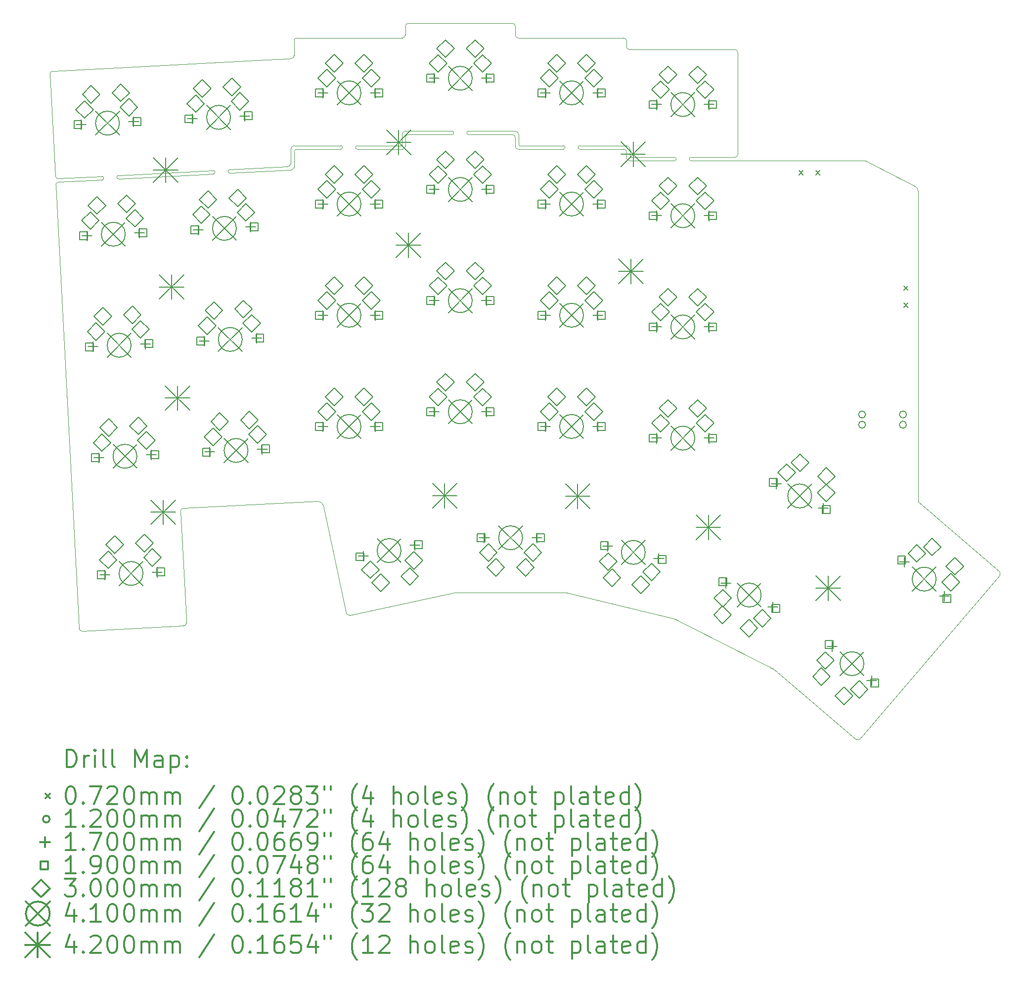
<source format=gbr>
%FSLAX45Y45*%
G04 Gerber Fmt 4.5, Leading zero omitted, Abs format (unit mm)*
G04 Created by KiCad (PCBNEW (5.1.12-1-10_14)) date 2021-11-28 14:19:33*
%MOMM*%
%LPD*%
G01*
G04 APERTURE LIST*
%TA.AperFunction,Profile*%
%ADD10C,0.050000*%
%TD*%
%ADD11C,0.200000*%
%ADD12C,0.300000*%
G04 APERTURE END LIST*
D10*
X9984095Y-11089948D02*
X9977103Y-10960773D01*
X9977103Y-10960773D02*
G75*
G02*
X10023903Y-10908797I49388J2588D01*
G01*
X10023903Y-10908797D02*
X12319749Y-10788234D01*
X9984095Y-11089948D02*
X10074770Y-12800721D01*
X10031280Y-12920987D02*
X8287889Y-13012355D01*
X10078594Y-12868439D02*
X10074770Y-12800721D01*
X8287889Y-13012354D02*
G75*
G02*
X8235341Y-12965039I-2617J49931D01*
G01*
X10078595Y-12868438D02*
G75*
G02*
X10031280Y-12920987I-49932J-2617D01*
G01*
X23995252Y-11987565D02*
G75*
G02*
X24000800Y-12058059I-32473J-38021D01*
G01*
X21607694Y-14859749D02*
G75*
G02*
X21537201Y-14865298I-38021J32472D01*
G01*
X12871767Y-12740465D02*
G75*
G02*
X12812465Y-12701953I-10395J48907D01*
G01*
X11870049Y-5112899D02*
X11854079Y-5114615D01*
X11812496Y-5055899D02*
X11800009Y-5057366D01*
X7739482Y-3472176D02*
G75*
G02*
X7786796Y-3419627I49931J2617D01*
G01*
X7883383Y-5262628D02*
G75*
G02*
X7830836Y-5215313I-2616J49931D01*
G01*
X8916285Y-5268562D02*
G75*
G02*
X8913142Y-5208645I-1575J29958D01*
G01*
X9736841Y-5165492D02*
X8913142Y-5208645D01*
X9726998Y-5226091D02*
X8916282Y-5268561D01*
X8631186Y-5223438D02*
G75*
G02*
X8634325Y-5283355I1573J-29958D01*
G01*
X7885353Y-5322607D02*
X8634325Y-5283355D01*
X7883384Y-5262628D02*
X8631186Y-5223437D01*
X7838038Y-5375156D02*
G75*
G02*
X7885353Y-5322607I49932J2617D01*
G01*
X10815687Y-5108953D02*
X11800009Y-5057366D01*
X10818827Y-5168870D02*
X11854079Y-5114615D01*
X10818828Y-5168870D02*
G75*
G02*
X10815687Y-5108953I-1570J29959D01*
G01*
X10533575Y-5123738D02*
G75*
G02*
X10536714Y-5183655I1573J-29958D01*
G01*
X9726998Y-5226091D02*
X10536714Y-5183655D01*
X9736841Y-5165492D02*
X10533575Y-5123737D01*
X11920049Y-5062899D02*
G75*
G02*
X11870049Y-5112899I-50000J0D01*
G01*
X11862496Y-5005899D02*
G75*
G02*
X11812496Y-5055899I-50000J0D01*
G01*
X11869496Y-3206224D02*
X11827091Y-3207628D01*
X11919496Y-3156225D02*
G75*
G02*
X11869496Y-3206224I-50000J0D01*
G01*
X19467496Y-3052224D02*
G75*
G02*
X19517496Y-3102224I0J-50000D01*
G01*
X17662496Y-3052224D02*
G75*
G02*
X17612496Y-3002224I0J50000D01*
G01*
X17562496Y-2852225D02*
G75*
G02*
X17612496Y-2902225I0J-50000D01*
G01*
X15757496Y-2852224D02*
G75*
G02*
X15707497Y-2802225I0J50000D01*
G01*
X15657496Y-2602224D02*
G75*
G02*
X15707496Y-2652224I0J-50000D01*
G01*
X13824496Y-2652225D02*
G75*
G02*
X13874496Y-2602225I50000J0D01*
G01*
X13824496Y-2802224D02*
G75*
G02*
X13774497Y-2852224I-50000J-1D01*
G01*
X11919496Y-2902225D02*
G75*
G02*
X11969496Y-2852224I50000J0D01*
G01*
X17662496Y-4957224D02*
G75*
G02*
X17612497Y-4907225I0J49999D01*
G01*
X13757496Y-4697225D02*
G75*
G03*
X13767496Y-4687225I0J10000D01*
G01*
X13825496Y-4707224D02*
G75*
G02*
X13775496Y-4757224I-49999J0D01*
G01*
X15757496Y-4757224D02*
G75*
G02*
X15707496Y-4707225I0J50000D01*
G01*
X19517496Y-4847226D02*
G75*
G02*
X19467496Y-4897226I-50000J0D01*
G01*
X19467496Y-4897226D02*
X18717495Y-4897227D01*
X18717496Y-4957225D02*
G75*
G02*
X18717495Y-4897227I2J29999D01*
G01*
X18717496Y-4957225D02*
X19517496Y-4957225D01*
X18434996Y-4897226D02*
X17682496Y-4897227D01*
X17672496Y-4887226D02*
G75*
G03*
X17682496Y-4897227I10000J-1D01*
G01*
X18434996Y-4957226D02*
X17662496Y-4957224D01*
X18434995Y-4957227D02*
G75*
G03*
X18434996Y-4897226I0J30001D01*
G01*
X17612497Y-4907225D02*
X17612496Y-4807225D01*
X17607496Y-4697226D02*
X16812496Y-4697227D01*
X16812496Y-4757224D02*
X17562496Y-4757225D01*
X17607496Y-4697225D02*
G75*
G02*
X17672496Y-4762224I1J-65000D01*
G01*
X16812495Y-4757224D02*
G75*
G02*
X16812496Y-4697227I2J29999D01*
G01*
X17672496Y-4887226D02*
X17672496Y-4762224D01*
X17562496Y-4757225D02*
G75*
G02*
X17612496Y-4807225I0J-50000D01*
G01*
X15767496Y-4687224D02*
G75*
G03*
X15777496Y-4697225I10000J0D01*
G01*
X16529996Y-4697225D02*
X15777496Y-4697225D01*
X16529996Y-4757224D02*
X15757496Y-4757225D01*
X16529997Y-4757224D02*
G75*
G03*
X16529996Y-4697225I-1J30000D01*
G01*
X15707496Y-4707225D02*
X15707496Y-4557225D01*
X15767496Y-4687225D02*
X15767496Y-4512224D01*
X11919996Y-4807224D02*
G75*
G02*
X11969996Y-4757224I50000J0D01*
G01*
X11927496Y-4697224D02*
X12719996Y-4697225D01*
X11969996Y-4757224D02*
X12719996Y-4757225D01*
X11862496Y-4762223D02*
G75*
G02*
X11927496Y-4697224I65000J-1D01*
G01*
X12719997Y-4697225D02*
G75*
G02*
X12719996Y-4757225I3J-30000D01*
G01*
X13002496Y-4757224D02*
G75*
G02*
X13002497Y-4697225I1J30000D01*
G01*
X15657496Y-4507224D02*
G75*
G02*
X15707496Y-4557225I0J-50000D01*
G01*
X13824996Y-4557224D02*
G75*
G02*
X13874997Y-4507224I50000J0D01*
G01*
X22552451Y-5391707D02*
G75*
G02*
X22605646Y-5476337I-46339J-88160D01*
G01*
X22611547Y-10805733D02*
X22605648Y-10789644D01*
X22611547Y-10805733D02*
X23995252Y-11987566D01*
X21695184Y-4957224D02*
X21702075Y-4958295D01*
X21702075Y-4958295D02*
X22552451Y-5391708D01*
X12319749Y-10788235D02*
G75*
G02*
X12422322Y-10866510I4678J-100214D01*
G01*
X14673941Y-12357284D02*
X12871768Y-12740465D01*
X12422322Y-10866510D02*
X12812465Y-12701953D01*
X11441923Y-3228077D02*
X11827091Y-3207628D01*
X24000800Y-12058059D02*
X21607694Y-14859749D01*
X22605646Y-5476337D02*
X22605648Y-10789644D01*
X21695184Y-4957224D02*
X19517496Y-4957225D01*
X16579756Y-12356877D02*
X18435987Y-12802955D01*
X16579756Y-12356877D02*
X14673941Y-12357284D01*
X18435987Y-12802955D02*
X20136924Y-13668698D01*
X20136924Y-13668698D02*
X21537201Y-14865298D01*
X14624996Y-4447224D02*
G75*
G02*
X14624996Y-4507225I3J-30000D01*
G01*
X14907496Y-4507225D02*
G75*
G02*
X14907495Y-4447227I1J29999D01*
G01*
X15702496Y-4447226D02*
G75*
G02*
X15767496Y-4512224I1J-64999D01*
G01*
X13767496Y-4512224D02*
G75*
G02*
X13832496Y-4447225I65000J-1D01*
G01*
X7838038Y-5375155D02*
X8235341Y-12965039D01*
X13824496Y-2652225D02*
X13824497Y-2802225D01*
X15657496Y-2602225D02*
X13874496Y-2602225D01*
X15707497Y-2802225D02*
X15707496Y-2652224D01*
X17562496Y-2852224D02*
X15757496Y-2852225D01*
X17612496Y-3002224D02*
X17612496Y-2902225D01*
X19467496Y-3052224D02*
X17662496Y-3052224D01*
X19517496Y-4847226D02*
X19517496Y-3102224D01*
X14907496Y-4507225D02*
X15657496Y-4507224D01*
X15702496Y-4447226D02*
X14907495Y-4447227D01*
X11969496Y-2852224D02*
X13774497Y-2852224D01*
X11919496Y-3156224D02*
X11919496Y-2902224D01*
X7786796Y-3419627D02*
X11441923Y-3228077D01*
X7830836Y-5215313D02*
X7739482Y-3472176D01*
X13874997Y-4507224D02*
X14624996Y-4507225D01*
X13825497Y-4707224D02*
X13824996Y-4557225D01*
X13002496Y-4757224D02*
X13775496Y-4757224D01*
X13832496Y-4447225D02*
X14624996Y-4447224D01*
X13767496Y-4687225D02*
X13767496Y-4512224D01*
X13002497Y-4697225D02*
X13757495Y-4697225D01*
X11919996Y-4807225D02*
X11920048Y-5062900D01*
X11862496Y-4762224D02*
X11862496Y-5005900D01*
D11*
X20563100Y-5127151D02*
X20635100Y-5199151D01*
X20635100Y-5127151D02*
X20563100Y-5199151D01*
X20853100Y-5127151D02*
X20925100Y-5199151D01*
X20925100Y-5127151D02*
X20853100Y-5199151D01*
X22361099Y-7104151D02*
X22433099Y-7176151D01*
X22433099Y-7104151D02*
X22361099Y-7176151D01*
X22361099Y-7394151D02*
X22433099Y-7466151D01*
X22433099Y-7394151D02*
X22361099Y-7466151D01*
X21706003Y-9303897D02*
G75*
G03*
X21706003Y-9303897I-60000J0D01*
G01*
X21706003Y-9478897D02*
G75*
G03*
X21706003Y-9478897I-60000J0D01*
G01*
X22406002Y-9303897D02*
G75*
G03*
X22406002Y-9303897I-60000J0D01*
G01*
X22406002Y-9478897D02*
G75*
G03*
X22406002Y-9478897I-60000J0D01*
G01*
X8275583Y-4251305D02*
X8275583Y-4421305D01*
X8190583Y-4336305D02*
X8360583Y-4336305D01*
X8375282Y-6153695D02*
X8375282Y-6323695D01*
X8290282Y-6238695D02*
X8460282Y-6238695D01*
X8474982Y-8056085D02*
X8474982Y-8226085D01*
X8389982Y-8141085D02*
X8559982Y-8141085D01*
X8574681Y-9958473D02*
X8574681Y-10128473D01*
X8489681Y-10043473D02*
X8659681Y-10043473D01*
X8679232Y-11965536D02*
X8679232Y-12135536D01*
X8594232Y-12050536D02*
X8764232Y-12050536D01*
X9174350Y-4204202D02*
X9174350Y-4374202D01*
X9089350Y-4289202D02*
X9259350Y-4289202D01*
X9274048Y-6106593D02*
X9274048Y-6276593D01*
X9189048Y-6191593D02*
X9359048Y-6191593D01*
X9373749Y-8008982D02*
X9373749Y-8178982D01*
X9288749Y-8093982D02*
X9458749Y-8093982D01*
X9473447Y-9911371D02*
X9473447Y-10081371D01*
X9388447Y-9996371D02*
X9558447Y-9996371D01*
X9577999Y-11918434D02*
X9577999Y-12088434D01*
X9492999Y-12003434D02*
X9662999Y-12003434D01*
X10177971Y-4151605D02*
X10177971Y-4321605D01*
X10092971Y-4236605D02*
X10262971Y-4236605D01*
X10277673Y-6053996D02*
X10277673Y-6223996D01*
X10192673Y-6138996D02*
X10362673Y-6138996D01*
X10377373Y-7956385D02*
X10377373Y-8126385D01*
X10292373Y-8041385D02*
X10462373Y-8041385D01*
X10477071Y-9858775D02*
X10477071Y-10028775D01*
X10392071Y-9943775D02*
X10562071Y-9943775D01*
X11076738Y-4104502D02*
X11076738Y-4274502D01*
X10991738Y-4189502D02*
X11161738Y-4189502D01*
X11176439Y-6006893D02*
X11176439Y-6176893D01*
X11091439Y-6091893D02*
X11261439Y-6091893D01*
X11276139Y-7909283D02*
X11276139Y-8079283D01*
X11191139Y-7994283D02*
X11361139Y-7994283D01*
X11375837Y-9811672D02*
X11375837Y-9981672D01*
X11290837Y-9896672D02*
X11460837Y-9896672D01*
X12411103Y-5613629D02*
X12411103Y-5783629D01*
X12326103Y-5698629D02*
X12496103Y-5698629D01*
X12411103Y-3708629D02*
X12411103Y-3878629D01*
X12326103Y-3793629D02*
X12496103Y-3793629D01*
X12411104Y-7518630D02*
X12411104Y-7688630D01*
X12326104Y-7603630D02*
X12496104Y-7603630D01*
X12411105Y-9423629D02*
X12411105Y-9593629D01*
X12326105Y-9508629D02*
X12496105Y-9508629D01*
X13106477Y-11644013D02*
X13106477Y-11814013D01*
X13021477Y-11729013D02*
X13191477Y-11729013D01*
X13311103Y-5613629D02*
X13311103Y-5783629D01*
X13226103Y-5698629D02*
X13396103Y-5698629D01*
X13311103Y-3708629D02*
X13311103Y-3878629D01*
X13226103Y-3793629D02*
X13396103Y-3793629D01*
X13311104Y-7518630D02*
X13311104Y-7688630D01*
X13226104Y-7603630D02*
X13396104Y-7603630D01*
X13311105Y-9423629D02*
X13311105Y-9593629D01*
X13226105Y-9508629D02*
X13396105Y-9508629D01*
X13986810Y-11456893D02*
X13986810Y-11626893D01*
X13901810Y-11541893D02*
X14071810Y-11541893D01*
X14316102Y-3458630D02*
X14316102Y-3628630D01*
X14231102Y-3543630D02*
X14401102Y-3543630D01*
X14316103Y-7268630D02*
X14316103Y-7438630D01*
X14231103Y-7353630D02*
X14401103Y-7353630D01*
X14316103Y-5363630D02*
X14316103Y-5533630D01*
X14231103Y-5448630D02*
X14401103Y-5448630D01*
X14316105Y-9172879D02*
X14316105Y-9342879D01*
X14231105Y-9257879D02*
X14401105Y-9257879D01*
X15177237Y-11331040D02*
X15177237Y-11501040D01*
X15092237Y-11416040D02*
X15262237Y-11416040D01*
X15216102Y-3458630D02*
X15216102Y-3628630D01*
X15131102Y-3543630D02*
X15301102Y-3543630D01*
X15216103Y-7268630D02*
X15216103Y-7438630D01*
X15131103Y-7353630D02*
X15301103Y-7353630D01*
X15216103Y-5363630D02*
X15216103Y-5533630D01*
X15131103Y-5448630D02*
X15301103Y-5448630D01*
X15216105Y-9172879D02*
X15216105Y-9342879D01*
X15131105Y-9257879D02*
X15301105Y-9257879D01*
X16077237Y-11331040D02*
X16077237Y-11501040D01*
X15992237Y-11416040D02*
X16162237Y-11416040D01*
X16221103Y-7518627D02*
X16221103Y-7688627D01*
X16136103Y-7603627D02*
X16306103Y-7603627D01*
X16221105Y-9423628D02*
X16221105Y-9593628D01*
X16136105Y-9508628D02*
X16306105Y-9508628D01*
X16221105Y-5613628D02*
X16221105Y-5783628D01*
X16136105Y-5698628D02*
X16306105Y-5698628D01*
X16221106Y-3708626D02*
X16221106Y-3878626D01*
X16136106Y-3793626D02*
X16306106Y-3793626D01*
X17121103Y-7518627D02*
X17121103Y-7688627D01*
X17036103Y-7603627D02*
X17206103Y-7603627D01*
X17121105Y-9423628D02*
X17121105Y-9593628D01*
X17036105Y-9508628D02*
X17206105Y-9508628D01*
X17121105Y-5613628D02*
X17121105Y-5783628D01*
X17036105Y-5698628D02*
X17206105Y-5698628D01*
X17121106Y-3708626D02*
X17121106Y-3878626D01*
X17036106Y-3793626D02*
X17206106Y-3793626D01*
X17290811Y-11475947D02*
X17290811Y-11645947D01*
X17205811Y-11560947D02*
X17375811Y-11560947D01*
X18126103Y-3908630D02*
X18126103Y-4078630D01*
X18041103Y-3993630D02*
X18211103Y-3993630D01*
X18126103Y-9623630D02*
X18126103Y-9793630D01*
X18041103Y-9708630D02*
X18211103Y-9708630D01*
X18126104Y-5813627D02*
X18126104Y-5983627D01*
X18041104Y-5898627D02*
X18211104Y-5898627D01*
X18126106Y-7718629D02*
X18126106Y-7888629D01*
X18041106Y-7803629D02*
X18211106Y-7803629D01*
X18165944Y-11686048D02*
X18165944Y-11856048D01*
X18080944Y-11771048D02*
X18250944Y-11771048D01*
X19026103Y-3908630D02*
X19026103Y-4078630D01*
X18941103Y-3993630D02*
X19111103Y-3993630D01*
X19026103Y-9623630D02*
X19026103Y-9793630D01*
X18941103Y-9708630D02*
X19111103Y-9708630D01*
X19026104Y-5813627D02*
X19026104Y-5983627D01*
X18941104Y-5898627D02*
X19111104Y-5898627D01*
X19026106Y-7718629D02*
X19026106Y-7888629D01*
X18941106Y-7803629D02*
X19111106Y-7803629D01*
X19312459Y-12107760D02*
X19312459Y-12277760D01*
X19227459Y-12192760D02*
X19397459Y-12192760D01*
X20114365Y-12516351D02*
X20114365Y-12686351D01*
X20029365Y-12601351D02*
X20199365Y-12601351D01*
X20177312Y-10410395D02*
X20177312Y-10580395D01*
X20092312Y-10495395D02*
X20262312Y-10495395D01*
X20979217Y-10818987D02*
X20979217Y-10988987D01*
X20894217Y-10903987D02*
X21064217Y-10903987D01*
X21130365Y-13194956D02*
X21130365Y-13364956D01*
X21045365Y-13279956D02*
X21215365Y-13279956D01*
X21814730Y-13779459D02*
X21814730Y-13949459D01*
X21729730Y-13864459D02*
X21899730Y-13864459D01*
X22367560Y-11746388D02*
X22367560Y-11916388D01*
X22282560Y-11831388D02*
X22452560Y-11831388D01*
X23051925Y-12330892D02*
X23051925Y-12500892D01*
X22966925Y-12415892D02*
X23136925Y-12415892D01*
X8284839Y-4406516D02*
X8284839Y-4272164D01*
X8150487Y-4272164D01*
X8150487Y-4406516D01*
X8284839Y-4406516D01*
X8384537Y-6308907D02*
X8384537Y-6174555D01*
X8250185Y-6174555D01*
X8250185Y-6308907D01*
X8384537Y-6308907D01*
X8484237Y-8211296D02*
X8484237Y-8076945D01*
X8349886Y-8076945D01*
X8349886Y-8211296D01*
X8484237Y-8211296D01*
X8583936Y-10113684D02*
X8583936Y-9979333D01*
X8449584Y-9979333D01*
X8449584Y-10113684D01*
X8583936Y-10113684D01*
X8688488Y-12120748D02*
X8688488Y-11986396D01*
X8554136Y-11986396D01*
X8554136Y-12120748D01*
X8688488Y-12120748D01*
X9299446Y-4353343D02*
X9299446Y-4218991D01*
X9165095Y-4218991D01*
X9165095Y-4353343D01*
X9299446Y-4353343D01*
X9399145Y-6255733D02*
X9399145Y-6121382D01*
X9264793Y-6121382D01*
X9264793Y-6255733D01*
X9399145Y-6255733D01*
X9498845Y-8158123D02*
X9498845Y-8023771D01*
X9364493Y-8023771D01*
X9364493Y-8158123D01*
X9498845Y-8158123D01*
X9598544Y-10060511D02*
X9598544Y-9926159D01*
X9464192Y-9926159D01*
X9464192Y-10060511D01*
X9598544Y-10060511D01*
X9703095Y-12067574D02*
X9703095Y-11933223D01*
X9568744Y-11933223D01*
X9568744Y-12067574D01*
X9703095Y-12067574D01*
X10187227Y-4306816D02*
X10187227Y-4172464D01*
X10052875Y-4172464D01*
X10052875Y-4306816D01*
X10187227Y-4306816D01*
X10286928Y-6209207D02*
X10286928Y-6074855D01*
X10152577Y-6074855D01*
X10152577Y-6209207D01*
X10286928Y-6209207D01*
X10386628Y-8111596D02*
X10386628Y-7977245D01*
X10252276Y-7977245D01*
X10252276Y-8111596D01*
X10386628Y-8111596D01*
X10486326Y-10013986D02*
X10486326Y-9879634D01*
X10351974Y-9879634D01*
X10351974Y-10013986D01*
X10486326Y-10013986D01*
X11201834Y-4253643D02*
X11201834Y-4119291D01*
X11067483Y-4119291D01*
X11067483Y-4253643D01*
X11201834Y-4253643D01*
X11301536Y-6156033D02*
X11301536Y-6021682D01*
X11167184Y-6021682D01*
X11167184Y-6156033D01*
X11301536Y-6156033D01*
X11401235Y-8058423D02*
X11401235Y-7924071D01*
X11266884Y-7924071D01*
X11266884Y-8058423D01*
X11401235Y-8058423D01*
X11500933Y-9960813D02*
X11500933Y-9826461D01*
X11366582Y-9826461D01*
X11366582Y-9960813D01*
X11500933Y-9960813D01*
X12420279Y-5765805D02*
X12420279Y-5631453D01*
X12285927Y-5631453D01*
X12285927Y-5765805D01*
X12420279Y-5765805D01*
X12420279Y-3860805D02*
X12420279Y-3726454D01*
X12285928Y-3726454D01*
X12285928Y-3860805D01*
X12420279Y-3860805D01*
X12420280Y-7670806D02*
X12420280Y-7536454D01*
X12285928Y-7536454D01*
X12285928Y-7670806D01*
X12420280Y-7670806D01*
X12420281Y-9575805D02*
X12420281Y-9441453D01*
X12285929Y-9441453D01*
X12285929Y-9575805D01*
X12420281Y-9575805D01*
X13116920Y-11808248D02*
X13116920Y-11673896D01*
X12982568Y-11673896D01*
X12982568Y-11808248D01*
X13116920Y-11808248D01*
X13436279Y-5765805D02*
X13436279Y-5631453D01*
X13301927Y-5631453D01*
X13301927Y-5765805D01*
X13436279Y-5765805D01*
X13436279Y-3860805D02*
X13436279Y-3726454D01*
X13301928Y-3726454D01*
X13301928Y-3860805D01*
X13436279Y-3860805D01*
X13436280Y-7670806D02*
X13436280Y-7536454D01*
X13301928Y-7536454D01*
X13301928Y-7670806D01*
X13436280Y-7670806D01*
X13436281Y-9575805D02*
X13436281Y-9441453D01*
X13301929Y-9441453D01*
X13301929Y-9575805D01*
X13436281Y-9575805D01*
X14110718Y-11597010D02*
X14110718Y-11462658D01*
X13976366Y-11462658D01*
X13976366Y-11597010D01*
X14110718Y-11597010D01*
X14325278Y-3610806D02*
X14325278Y-3476454D01*
X14190926Y-3476454D01*
X14190926Y-3610806D01*
X14325278Y-3610806D01*
X14325279Y-7420806D02*
X14325279Y-7286455D01*
X14190927Y-7286455D01*
X14190927Y-7420806D01*
X14325279Y-7420806D01*
X14325279Y-5515806D02*
X14325279Y-5381455D01*
X14190927Y-5381455D01*
X14190927Y-5515806D01*
X14325279Y-5515806D01*
X14325280Y-9325055D02*
X14325280Y-9190704D01*
X14190929Y-9190704D01*
X14190929Y-9325055D01*
X14325280Y-9325055D01*
X15186413Y-11483216D02*
X15186413Y-11348864D01*
X15052061Y-11348864D01*
X15052061Y-11483216D01*
X15186413Y-11483216D01*
X15341278Y-3610806D02*
X15341278Y-3476454D01*
X15206926Y-3476454D01*
X15206926Y-3610806D01*
X15341278Y-3610806D01*
X15341279Y-7420806D02*
X15341279Y-7286455D01*
X15206927Y-7286455D01*
X15206927Y-7420806D01*
X15341279Y-7420806D01*
X15341279Y-5515806D02*
X15341279Y-5381455D01*
X15206927Y-5381455D01*
X15206927Y-5515806D01*
X15341279Y-5515806D01*
X15341280Y-9325055D02*
X15341280Y-9190704D01*
X15206929Y-9190704D01*
X15206929Y-9325055D01*
X15341280Y-9325055D01*
X16202413Y-11483216D02*
X16202413Y-11348864D01*
X16068061Y-11348864D01*
X16068061Y-11483216D01*
X16202413Y-11483216D01*
X16230279Y-7670803D02*
X16230279Y-7536451D01*
X16095927Y-7536451D01*
X16095927Y-7670803D01*
X16230279Y-7670803D01*
X16230281Y-9575804D02*
X16230281Y-9441452D01*
X16095929Y-9441452D01*
X16095929Y-9575804D01*
X16230281Y-9575804D01*
X16230281Y-5765804D02*
X16230281Y-5631453D01*
X16095929Y-5631453D01*
X16095929Y-5765804D01*
X16230281Y-5765804D01*
X16230281Y-3860802D02*
X16230281Y-3726450D01*
X16095930Y-3726450D01*
X16095930Y-3860802D01*
X16230281Y-3860802D01*
X17246279Y-7670803D02*
X17246279Y-7536451D01*
X17111927Y-7536451D01*
X17111927Y-7670803D01*
X17246279Y-7670803D01*
X17246281Y-9575804D02*
X17246281Y-9441452D01*
X17111929Y-9441452D01*
X17111929Y-9575804D01*
X17246281Y-9575804D01*
X17246281Y-5765804D02*
X17246281Y-5631453D01*
X17111929Y-5631453D01*
X17111929Y-5765804D01*
X17246281Y-5765804D01*
X17246281Y-3860802D02*
X17246281Y-3726450D01*
X17111930Y-3726450D01*
X17111930Y-3860802D01*
X17246281Y-3860802D01*
X17301590Y-11614583D02*
X17301590Y-11480232D01*
X17167238Y-11480232D01*
X17167238Y-11614583D01*
X17301590Y-11614583D01*
X18135279Y-4060806D02*
X18135279Y-3926454D01*
X18000927Y-3926454D01*
X18000927Y-4060806D01*
X18135279Y-4060806D01*
X18135279Y-9775806D02*
X18135279Y-9641454D01*
X18000927Y-9641454D01*
X18000927Y-9775806D01*
X18135279Y-9775806D01*
X18135280Y-5965802D02*
X18135280Y-5831451D01*
X18000928Y-5831451D01*
X18000928Y-5965802D01*
X18135280Y-5965802D01*
X18135281Y-7870805D02*
X18135281Y-7736454D01*
X18000930Y-7736454D01*
X18000930Y-7870805D01*
X18135281Y-7870805D01*
X18289517Y-11851764D02*
X18289517Y-11717412D01*
X18155166Y-11717412D01*
X18155166Y-11851764D01*
X18289517Y-11851764D01*
X19151279Y-4060806D02*
X19151279Y-3926454D01*
X19016927Y-3926454D01*
X19016927Y-4060806D01*
X19151279Y-4060806D01*
X19151279Y-9775806D02*
X19151279Y-9641454D01*
X19016927Y-9641454D01*
X19016927Y-9775806D01*
X19151279Y-9775806D01*
X19151280Y-5965802D02*
X19151280Y-5831451D01*
X19016928Y-5831451D01*
X19016928Y-5965802D01*
X19151280Y-5965802D01*
X19151281Y-7870805D02*
X19151281Y-7736454D01*
X19016930Y-7736454D01*
X19016930Y-7870805D01*
X19151281Y-7870805D01*
X19327956Y-12233604D02*
X19327956Y-12099252D01*
X19193605Y-12099252D01*
X19193605Y-12233604D01*
X19327956Y-12233604D01*
X20192809Y-10536240D02*
X20192809Y-10401888D01*
X20058457Y-10401888D01*
X20058457Y-10536240D01*
X20192809Y-10536240D01*
X20233219Y-12694858D02*
X20233219Y-12560507D01*
X20098867Y-12560507D01*
X20098867Y-12694858D01*
X20233219Y-12694858D01*
X21098072Y-10997494D02*
X21098072Y-10863142D01*
X20963720Y-10863142D01*
X20963720Y-10997494D01*
X21098072Y-10997494D01*
X21153437Y-13309464D02*
X21153437Y-13175112D01*
X21019086Y-13175112D01*
X21019086Y-13309464D01*
X21153437Y-13309464D01*
X21926010Y-13969303D02*
X21926010Y-13834951D01*
X21791658Y-13834951D01*
X21791658Y-13969303D01*
X21926010Y-13969303D01*
X22390632Y-11860896D02*
X22390632Y-11726545D01*
X22256280Y-11726545D01*
X22256280Y-11860896D01*
X22390632Y-11860896D01*
X23163204Y-12520735D02*
X23163204Y-12386384D01*
X23028853Y-12386384D01*
X23028853Y-12520735D01*
X23163204Y-12520735D01*
X8331196Y-4229042D02*
X8481196Y-4079042D01*
X8331196Y-3929042D01*
X8181196Y-4079042D01*
X8331196Y-4229042D01*
X8430894Y-6131432D02*
X8580894Y-5981432D01*
X8430894Y-5831432D01*
X8280894Y-5981432D01*
X8430894Y-6131432D01*
X8444728Y-3968743D02*
X8594728Y-3818743D01*
X8444728Y-3668743D01*
X8294728Y-3818743D01*
X8444728Y-3968743D01*
X8530594Y-8033822D02*
X8680594Y-7883822D01*
X8530594Y-7733822D01*
X8380594Y-7883822D01*
X8530594Y-8033822D01*
X8544426Y-5871134D02*
X8694426Y-5721134D01*
X8544426Y-5571134D01*
X8394426Y-5721134D01*
X8544426Y-5871134D01*
X8630293Y-9936210D02*
X8780293Y-9786210D01*
X8630293Y-9636210D01*
X8480293Y-9786210D01*
X8630293Y-9936210D01*
X8644127Y-7773523D02*
X8794127Y-7623523D01*
X8644127Y-7473523D01*
X8494127Y-7623523D01*
X8644127Y-7773523D01*
X8734844Y-11943273D02*
X8884844Y-11793273D01*
X8734844Y-11643273D01*
X8584844Y-11793273D01*
X8734844Y-11943273D01*
X8743825Y-9675911D02*
X8893825Y-9525911D01*
X8743825Y-9375911D01*
X8593825Y-9525911D01*
X8743825Y-9675911D01*
X8848377Y-11682975D02*
X8998377Y-11532975D01*
X8848377Y-11382975D01*
X8698377Y-11532975D01*
X8848377Y-11682975D01*
X8952032Y-3942156D02*
X9102032Y-3792156D01*
X8952032Y-3642156D01*
X8802032Y-3792156D01*
X8952032Y-3942156D01*
X9051730Y-5844547D02*
X9201730Y-5694547D01*
X9051730Y-5544547D01*
X8901730Y-5694547D01*
X9051730Y-5844547D01*
X9092151Y-4189161D02*
X9242151Y-4039161D01*
X9092151Y-3889161D01*
X8942151Y-4039161D01*
X9092151Y-4189161D01*
X9151431Y-7746937D02*
X9301431Y-7596937D01*
X9151431Y-7446937D01*
X9001431Y-7596937D01*
X9151431Y-7746937D01*
X9191850Y-6091552D02*
X9341850Y-5941552D01*
X9191850Y-5791552D01*
X9041850Y-5941552D01*
X9191850Y-6091552D01*
X9251129Y-9649325D02*
X9401129Y-9499325D01*
X9251129Y-9349325D01*
X9101129Y-9499325D01*
X9251129Y-9649325D01*
X9291550Y-7993942D02*
X9441550Y-7843942D01*
X9291550Y-7693942D01*
X9141550Y-7843942D01*
X9291550Y-7993942D01*
X9355681Y-11656388D02*
X9505681Y-11506388D01*
X9355681Y-11356388D01*
X9205681Y-11506388D01*
X9355681Y-11656388D01*
X9391249Y-9896330D02*
X9541249Y-9746330D01*
X9391249Y-9596330D01*
X9241249Y-9746330D01*
X9391249Y-9896330D01*
X9495800Y-11903393D02*
X9645800Y-11753393D01*
X9495800Y-11603393D01*
X9345800Y-11753393D01*
X9495800Y-11903393D01*
X10233584Y-4129342D02*
X10383584Y-3979342D01*
X10233584Y-3829342D01*
X10083584Y-3979342D01*
X10233584Y-4129342D01*
X10333285Y-6031732D02*
X10483285Y-5881732D01*
X10333285Y-5731732D01*
X10183285Y-5881732D01*
X10333285Y-6031732D01*
X10347116Y-3869043D02*
X10497116Y-3719043D01*
X10347116Y-3569043D01*
X10197116Y-3719043D01*
X10347116Y-3869043D01*
X10432985Y-7934122D02*
X10582985Y-7784122D01*
X10432985Y-7634122D01*
X10282985Y-7784122D01*
X10432985Y-7934122D01*
X10446818Y-5771434D02*
X10596818Y-5621434D01*
X10446818Y-5471434D01*
X10296818Y-5621434D01*
X10446818Y-5771434D01*
X10532683Y-9836512D02*
X10682683Y-9686512D01*
X10532683Y-9536512D01*
X10382683Y-9686512D01*
X10532683Y-9836512D01*
X10546517Y-7673823D02*
X10696517Y-7523823D01*
X10546517Y-7373823D01*
X10396517Y-7523823D01*
X10546517Y-7673823D01*
X10646215Y-9576213D02*
X10796215Y-9426213D01*
X10646215Y-9276213D01*
X10496215Y-9426213D01*
X10646215Y-9576213D01*
X10854420Y-3842456D02*
X11004420Y-3692456D01*
X10854420Y-3542456D01*
X10704420Y-3692456D01*
X10854420Y-3842456D01*
X10954121Y-5744847D02*
X11104121Y-5594847D01*
X10954121Y-5444847D01*
X10804121Y-5594847D01*
X10954121Y-5744847D01*
X10994539Y-4089462D02*
X11144539Y-3939462D01*
X10994539Y-3789462D01*
X10844539Y-3939462D01*
X10994539Y-4089462D01*
X11053821Y-7647237D02*
X11203821Y-7497237D01*
X11053821Y-7347237D01*
X10903821Y-7497237D01*
X11053821Y-7647237D01*
X11094241Y-5991852D02*
X11244241Y-5841852D01*
X11094241Y-5691852D01*
X10944241Y-5841852D01*
X11094241Y-5991852D01*
X11153519Y-9549626D02*
X11303519Y-9399626D01*
X11153519Y-9249626D01*
X11003519Y-9399626D01*
X11153519Y-9549626D01*
X11193940Y-7894242D02*
X11343940Y-7744242D01*
X11193940Y-7594242D01*
X11043940Y-7744242D01*
X11193940Y-7894242D01*
X11293638Y-9796632D02*
X11443638Y-9646632D01*
X11293638Y-9496632D01*
X11143638Y-9646632D01*
X11293638Y-9796632D01*
X12480103Y-5594629D02*
X12630103Y-5444629D01*
X12480103Y-5294629D01*
X12330103Y-5444629D01*
X12480103Y-5594629D01*
X12480103Y-3689629D02*
X12630103Y-3539629D01*
X12480103Y-3389629D01*
X12330103Y-3539629D01*
X12480103Y-3689629D01*
X12480104Y-7499630D02*
X12630104Y-7349630D01*
X12480104Y-7199630D01*
X12330104Y-7349630D01*
X12480104Y-7499630D01*
X12480105Y-9404629D02*
X12630105Y-9254629D01*
X12480105Y-9104629D01*
X12330105Y-9254629D01*
X12480105Y-9404629D01*
X12607103Y-5340629D02*
X12757103Y-5190629D01*
X12607103Y-5040629D01*
X12457103Y-5190629D01*
X12607103Y-5340629D01*
X12607103Y-3435629D02*
X12757103Y-3285629D01*
X12607103Y-3135629D01*
X12457103Y-3285629D01*
X12607103Y-3435629D01*
X12607104Y-7245630D02*
X12757104Y-7095630D01*
X12607104Y-6945630D01*
X12457104Y-7095630D01*
X12607104Y-7245630D01*
X12607105Y-9150629D02*
X12757105Y-9000629D01*
X12607105Y-8850629D01*
X12457105Y-9000629D01*
X12607105Y-9150629D01*
X13115103Y-5340629D02*
X13265103Y-5190629D01*
X13115103Y-5040629D01*
X12965103Y-5190629D01*
X13115103Y-5340629D01*
X13115103Y-3435629D02*
X13265103Y-3285629D01*
X13115103Y-3135629D01*
X12965103Y-3285629D01*
X13115103Y-3435629D01*
X13115104Y-7245630D02*
X13265104Y-7095630D01*
X13115104Y-6945630D01*
X12965104Y-7095630D01*
X13115104Y-7245630D01*
X13115105Y-9150629D02*
X13265105Y-9000629D01*
X13115105Y-8850629D01*
X12965105Y-9000629D01*
X13115105Y-9150629D01*
X13226779Y-12113117D02*
X13376779Y-11963117D01*
X13226779Y-11813117D01*
X13076779Y-11963117D01*
X13226779Y-12113117D01*
X13242103Y-5594629D02*
X13392103Y-5444629D01*
X13242103Y-5294629D01*
X13092103Y-5444629D01*
X13242103Y-5594629D01*
X13242103Y-3689629D02*
X13392103Y-3539629D01*
X13242103Y-3389629D01*
X13092103Y-3539629D01*
X13242103Y-3689629D01*
X13242104Y-7499630D02*
X13392104Y-7349630D01*
X13242104Y-7199630D01*
X13092104Y-7349630D01*
X13242104Y-7499630D01*
X13242105Y-9404629D02*
X13392105Y-9254629D01*
X13242105Y-9104629D01*
X13092105Y-9254629D01*
X13242105Y-9404629D01*
X13403813Y-12335162D02*
X13553813Y-12185162D01*
X13403813Y-12035162D01*
X13253813Y-12185162D01*
X13403813Y-12335162D01*
X13900712Y-12229542D02*
X14050712Y-12079542D01*
X13900712Y-11929542D01*
X13750712Y-12079542D01*
X13900712Y-12229542D01*
X13972127Y-11954688D02*
X14122127Y-11804688D01*
X13972127Y-11654688D01*
X13822127Y-11804688D01*
X13972127Y-11954688D01*
X14385102Y-3439630D02*
X14535102Y-3289630D01*
X14385102Y-3139630D01*
X14235102Y-3289630D01*
X14385102Y-3439630D01*
X14385103Y-7249630D02*
X14535103Y-7099630D01*
X14385103Y-6949630D01*
X14235103Y-7099630D01*
X14385103Y-7249630D01*
X14385103Y-5344630D02*
X14535103Y-5194630D01*
X14385103Y-5044630D01*
X14235103Y-5194630D01*
X14385103Y-5344630D01*
X14385105Y-9153879D02*
X14535105Y-9003879D01*
X14385105Y-8853879D01*
X14235105Y-9003879D01*
X14385105Y-9153879D01*
X14512102Y-3185630D02*
X14662102Y-3035630D01*
X14512102Y-2885630D01*
X14362102Y-3035630D01*
X14512102Y-3185630D01*
X14512103Y-6995630D02*
X14662103Y-6845630D01*
X14512103Y-6695630D01*
X14362103Y-6845630D01*
X14512103Y-6995630D01*
X14512103Y-5090630D02*
X14662103Y-4940630D01*
X14512103Y-4790630D01*
X14362103Y-4940630D01*
X14512103Y-5090630D01*
X14512105Y-8899879D02*
X14662105Y-8749879D01*
X14512105Y-8599879D01*
X14362105Y-8749879D01*
X14512105Y-8899879D01*
X15020102Y-3185630D02*
X15170102Y-3035630D01*
X15020102Y-2885630D01*
X14870102Y-3035630D01*
X15020102Y-3185630D01*
X15020103Y-6995630D02*
X15170103Y-6845630D01*
X15020103Y-6695630D01*
X14870103Y-6845630D01*
X15020103Y-6995630D01*
X15020103Y-5090630D02*
X15170103Y-4940630D01*
X15020103Y-4790630D01*
X14870103Y-4940630D01*
X15020103Y-5090630D01*
X15020105Y-8899879D02*
X15170105Y-8749879D01*
X15020105Y-8599879D01*
X14870105Y-8749879D01*
X15020105Y-8899879D01*
X15147102Y-3439630D02*
X15297102Y-3289630D01*
X15147102Y-3139630D01*
X14997102Y-3289630D01*
X15147102Y-3439630D01*
X15147103Y-7249630D02*
X15297103Y-7099630D01*
X15147103Y-6949630D01*
X14997103Y-7099630D01*
X15147103Y-7249630D01*
X15147103Y-5344630D02*
X15297103Y-5194630D01*
X15147103Y-5044630D01*
X14997103Y-5194630D01*
X15147103Y-5344630D01*
X15147105Y-9153879D02*
X15297105Y-9003879D01*
X15147105Y-8853879D01*
X14997105Y-9003879D01*
X15147105Y-9153879D01*
X15246237Y-11820040D02*
X15396237Y-11670040D01*
X15246237Y-11520040D01*
X15096237Y-11670040D01*
X15246237Y-11820040D01*
X15373237Y-12074040D02*
X15523237Y-11924040D01*
X15373237Y-11774040D01*
X15223237Y-11924040D01*
X15373237Y-12074040D01*
X15881237Y-12074040D02*
X16031237Y-11924040D01*
X15881237Y-11774040D01*
X15731237Y-11924040D01*
X15881237Y-12074040D01*
X16008237Y-11820040D02*
X16158237Y-11670040D01*
X16008237Y-11520040D01*
X15858237Y-11670040D01*
X16008237Y-11820040D01*
X16290103Y-7499627D02*
X16440103Y-7349627D01*
X16290103Y-7199627D01*
X16140103Y-7349627D01*
X16290103Y-7499627D01*
X16290105Y-9404628D02*
X16440105Y-9254628D01*
X16290105Y-9104628D01*
X16140105Y-9254628D01*
X16290105Y-9404628D01*
X16290105Y-5594628D02*
X16440105Y-5444629D01*
X16290105Y-5294629D01*
X16140105Y-5444629D01*
X16290105Y-5594628D01*
X16290106Y-3689626D02*
X16440106Y-3539626D01*
X16290106Y-3389626D01*
X16140106Y-3539626D01*
X16290106Y-3689626D01*
X16417103Y-7245627D02*
X16567103Y-7095627D01*
X16417103Y-6945627D01*
X16267103Y-7095627D01*
X16417103Y-7245627D01*
X16417105Y-9150628D02*
X16567105Y-9000628D01*
X16417105Y-8850628D01*
X16267105Y-9000628D01*
X16417105Y-9150628D01*
X16417105Y-5340629D02*
X16567105Y-5190629D01*
X16417105Y-5040629D01*
X16267105Y-5190629D01*
X16417105Y-5340629D01*
X16417106Y-3435626D02*
X16567106Y-3285626D01*
X16417106Y-3135626D01*
X16267106Y-3285626D01*
X16417106Y-3435626D01*
X16925103Y-7245627D02*
X17075103Y-7095627D01*
X16925103Y-6945627D01*
X16775103Y-7095627D01*
X16925103Y-7245627D01*
X16925105Y-9150628D02*
X17075105Y-9000628D01*
X16925105Y-8850628D01*
X16775105Y-9000628D01*
X16925105Y-9150628D01*
X16925105Y-5340629D02*
X17075105Y-5190629D01*
X16925105Y-5040629D01*
X16775105Y-5190629D01*
X16925105Y-5340629D01*
X16925106Y-3435626D02*
X17075106Y-3285626D01*
X16925106Y-3135626D01*
X16775106Y-3285626D01*
X16925106Y-3435626D01*
X17052103Y-7499627D02*
X17202103Y-7349627D01*
X17052103Y-7199627D01*
X16902103Y-7349627D01*
X17052103Y-7499627D01*
X17052105Y-9404628D02*
X17202105Y-9254628D01*
X17052105Y-9104628D01*
X16902105Y-9254628D01*
X17052105Y-9404628D01*
X17052105Y-5594628D02*
X17202105Y-5444628D01*
X17052105Y-5294628D01*
X16902105Y-5444628D01*
X17052105Y-5594628D01*
X17052106Y-3689626D02*
X17202106Y-3539626D01*
X17052106Y-3389626D01*
X16902106Y-3539626D01*
X17052106Y-3689626D01*
X17298610Y-11974037D02*
X17448610Y-11824037D01*
X17298610Y-11674037D01*
X17148610Y-11824037D01*
X17298610Y-11974037D01*
X17362806Y-12250667D02*
X17512806Y-12100667D01*
X17362806Y-11950667D01*
X17212806Y-12100667D01*
X17362806Y-12250667D01*
X17856769Y-12369257D02*
X18006769Y-12219257D01*
X17856769Y-12069257D01*
X17706769Y-12219257D01*
X17856769Y-12369257D01*
X18039556Y-12151922D02*
X18189556Y-12001922D01*
X18039556Y-11851922D01*
X17889556Y-12001922D01*
X18039556Y-12151922D01*
X18195103Y-3889630D02*
X18345103Y-3739630D01*
X18195103Y-3589630D01*
X18045103Y-3739630D01*
X18195103Y-3889630D01*
X18195103Y-9604630D02*
X18345103Y-9454630D01*
X18195103Y-9304630D01*
X18045103Y-9454630D01*
X18195103Y-9604630D01*
X18195104Y-5794627D02*
X18345104Y-5644627D01*
X18195104Y-5494627D01*
X18045104Y-5644627D01*
X18195104Y-5794627D01*
X18195106Y-7699629D02*
X18345106Y-7549629D01*
X18195106Y-7399629D01*
X18045106Y-7549629D01*
X18195106Y-7699629D01*
X18322103Y-3635630D02*
X18472103Y-3485630D01*
X18322103Y-3335630D01*
X18172103Y-3485630D01*
X18322103Y-3635630D01*
X18322103Y-9350630D02*
X18472103Y-9200630D01*
X18322103Y-9050630D01*
X18172103Y-9200630D01*
X18322103Y-9350630D01*
X18322104Y-5540627D02*
X18472104Y-5390627D01*
X18322104Y-5240627D01*
X18172104Y-5390627D01*
X18322104Y-5540627D01*
X18322106Y-7445629D02*
X18472106Y-7295629D01*
X18322106Y-7145629D01*
X18172106Y-7295629D01*
X18322106Y-7445629D01*
X18830103Y-3635630D02*
X18980103Y-3485630D01*
X18830103Y-3335630D01*
X18680103Y-3485630D01*
X18830103Y-3635630D01*
X18830103Y-9350630D02*
X18980103Y-9200630D01*
X18830103Y-9050630D01*
X18680103Y-9200630D01*
X18830103Y-9350630D01*
X18830104Y-5540627D02*
X18980104Y-5390627D01*
X18830104Y-5240627D01*
X18680104Y-5390627D01*
X18830104Y-5540627D01*
X18830106Y-7445629D02*
X18980106Y-7295629D01*
X18830106Y-7145629D01*
X18680106Y-7295629D01*
X18830106Y-7445629D01*
X18957103Y-3889630D02*
X19107103Y-3739630D01*
X18957103Y-3589630D01*
X18807103Y-3739630D01*
X18957103Y-3889630D01*
X18957103Y-9604630D02*
X19107103Y-9454630D01*
X18957103Y-9304630D01*
X18807103Y-9454630D01*
X18957103Y-9604630D01*
X18957104Y-5794627D02*
X19107104Y-5644627D01*
X18957104Y-5494627D01*
X18807104Y-5644627D01*
X18957104Y-5794627D01*
X18957106Y-7699629D02*
X19107106Y-7549629D01*
X18957106Y-7399629D01*
X18807106Y-7549629D01*
X18957106Y-7699629D01*
X19256469Y-12884373D02*
X19406469Y-12734373D01*
X19256469Y-12584373D01*
X19106469Y-12734373D01*
X19256469Y-12884373D01*
X19258625Y-12600401D02*
X19408625Y-12450401D01*
X19258625Y-12300401D01*
X19108625Y-12450401D01*
X19258625Y-12600401D01*
X19709100Y-13115000D02*
X19859100Y-12965000D01*
X19709100Y-12815000D01*
X19559100Y-12965000D01*
X19709100Y-13115000D01*
X19937572Y-12946341D02*
X20087572Y-12796341D01*
X19937572Y-12646341D01*
X19787572Y-12796341D01*
X19937572Y-12946341D01*
X20354105Y-10450405D02*
X20504105Y-10300405D01*
X20354105Y-10150405D01*
X20204105Y-10300405D01*
X20354105Y-10450405D01*
X20582576Y-10281746D02*
X20732576Y-10131746D01*
X20582576Y-9981746D01*
X20432576Y-10131746D01*
X20582576Y-10281746D01*
X20949485Y-13943534D02*
X21099485Y-13793534D01*
X20949485Y-13643534D01*
X20799485Y-13793534D01*
X20949485Y-13943534D01*
X21017873Y-13667911D02*
X21167873Y-13517911D01*
X21017873Y-13367911D01*
X20867873Y-13517911D01*
X21017873Y-13667911D01*
X21033052Y-10796346D02*
X21183052Y-10646346D01*
X21033052Y-10496346D01*
X20883052Y-10646346D01*
X21033052Y-10796346D01*
X21035207Y-10512373D02*
X21185207Y-10362373D01*
X21035207Y-10212373D01*
X20885207Y-10362373D01*
X21035207Y-10512373D01*
X21335771Y-14273454D02*
X21485771Y-14123454D01*
X21335771Y-13973454D01*
X21185771Y-14123454D01*
X21335771Y-14273454D01*
X21597302Y-14162790D02*
X21747302Y-14012790D01*
X21597302Y-13862790D01*
X21447302Y-14012790D01*
X21597302Y-14162790D01*
X22584987Y-11833057D02*
X22734987Y-11683057D01*
X22584987Y-11533057D01*
X22434987Y-11683057D01*
X22584987Y-11833057D01*
X22846519Y-11722394D02*
X22996519Y-11572394D01*
X22846519Y-11422394D01*
X22696519Y-11572394D01*
X22846519Y-11722394D01*
X23164417Y-12327936D02*
X23314417Y-12177936D01*
X23164417Y-12027936D01*
X23014417Y-12177936D01*
X23164417Y-12327936D01*
X23232805Y-12052314D02*
X23382805Y-11902314D01*
X23232805Y-11752314D01*
X23082805Y-11902314D01*
X23232805Y-12052314D01*
X8519967Y-4107753D02*
X8929967Y-4517754D01*
X8929967Y-4107753D02*
X8519967Y-4517754D01*
X8929967Y-4312754D02*
G75*
G03*
X8929967Y-4312754I-205000J0D01*
G01*
X8619665Y-6010144D02*
X9029665Y-6420144D01*
X9029665Y-6010144D02*
X8619665Y-6420144D01*
X9029665Y-6215144D02*
G75*
G03*
X9029665Y-6215144I-205000J0D01*
G01*
X8719365Y-7912534D02*
X9129365Y-8322534D01*
X9129365Y-7912534D02*
X8719365Y-8322534D01*
X9129365Y-8117534D02*
G75*
G03*
X9129365Y-8117534I-205000J0D01*
G01*
X8819064Y-9814922D02*
X9229064Y-10224922D01*
X9229064Y-9814922D02*
X8819064Y-10224922D01*
X9229064Y-10019922D02*
G75*
G03*
X9229064Y-10019922I-205000J0D01*
G01*
X8923616Y-11821985D02*
X9333616Y-12231985D01*
X9333616Y-11821985D02*
X8923616Y-12231985D01*
X9333616Y-12026985D02*
G75*
G03*
X9333616Y-12026985I-205000J0D01*
G01*
X10422355Y-4008054D02*
X10832355Y-4418054D01*
X10832355Y-4008054D02*
X10422355Y-4418054D01*
X10832355Y-4213054D02*
G75*
G03*
X10832355Y-4213054I-205000J0D01*
G01*
X10522056Y-5910444D02*
X10932056Y-6320444D01*
X10932056Y-5910444D02*
X10522056Y-6320444D01*
X10932056Y-6115444D02*
G75*
G03*
X10932056Y-6115444I-205000J0D01*
G01*
X10621756Y-7812834D02*
X11031756Y-8222834D01*
X11031756Y-7812834D02*
X10621756Y-8222834D01*
X11031756Y-8017834D02*
G75*
G03*
X11031756Y-8017834I-205000J0D01*
G01*
X10721454Y-9715224D02*
X11131454Y-10125224D01*
X11131454Y-9715224D02*
X10721454Y-10125224D01*
X11131454Y-9920224D02*
G75*
G03*
X11131454Y-9920224I-205000J0D01*
G01*
X12656103Y-5493629D02*
X13066103Y-5903629D01*
X13066103Y-5493629D02*
X12656103Y-5903629D01*
X13066103Y-5698629D02*
G75*
G03*
X13066103Y-5698629I-205000J0D01*
G01*
X12656103Y-3588629D02*
X13066103Y-3998629D01*
X13066103Y-3588629D02*
X12656103Y-3998629D01*
X13066103Y-3793629D02*
G75*
G03*
X13066103Y-3793629I-205000J0D01*
G01*
X12656104Y-7398630D02*
X13066104Y-7808630D01*
X13066104Y-7398630D02*
X12656104Y-7808630D01*
X13066104Y-7603630D02*
G75*
G03*
X13066104Y-7603630I-205000J0D01*
G01*
X12656105Y-9303629D02*
X13066105Y-9713629D01*
X13066105Y-9303629D02*
X12656105Y-9713629D01*
X13066105Y-9508629D02*
G75*
G03*
X13066105Y-9508629I-205000J0D01*
G01*
X13341643Y-11430453D02*
X13751643Y-11840453D01*
X13751643Y-11430453D02*
X13341643Y-11840453D01*
X13751643Y-11635453D02*
G75*
G03*
X13751643Y-11635453I-205000J0D01*
G01*
X14561102Y-3338630D02*
X14971102Y-3748630D01*
X14971102Y-3338630D02*
X14561102Y-3748630D01*
X14971102Y-3543630D02*
G75*
G03*
X14971102Y-3543630I-205000J0D01*
G01*
X14561103Y-7148630D02*
X14971103Y-7558630D01*
X14971103Y-7148630D02*
X14561103Y-7558630D01*
X14971103Y-7353630D02*
G75*
G03*
X14971103Y-7353630I-205000J0D01*
G01*
X14561103Y-5243630D02*
X14971103Y-5653630D01*
X14971103Y-5243630D02*
X14561103Y-5653630D01*
X14971103Y-5448630D02*
G75*
G03*
X14971103Y-5448630I-205000J0D01*
G01*
X14561105Y-9052879D02*
X14971105Y-9462879D01*
X14971105Y-9052879D02*
X14561105Y-9462879D01*
X14971105Y-9257879D02*
G75*
G03*
X14971105Y-9257879I-205000J0D01*
G01*
X15422237Y-11211040D02*
X15832237Y-11621040D01*
X15832237Y-11211040D02*
X15422237Y-11621040D01*
X15832237Y-11416040D02*
G75*
G03*
X15832237Y-11416040I-205000J0D01*
G01*
X16466103Y-7398627D02*
X16876103Y-7808627D01*
X16876103Y-7398627D02*
X16466103Y-7808627D01*
X16876103Y-7603627D02*
G75*
G03*
X16876103Y-7603627I-205000J0D01*
G01*
X16466105Y-9303628D02*
X16876105Y-9713628D01*
X16876105Y-9303628D02*
X16466105Y-9713628D01*
X16876105Y-9508628D02*
G75*
G03*
X16876105Y-9508628I-205000J0D01*
G01*
X16466105Y-5493629D02*
X16876105Y-5903628D01*
X16876105Y-5493629D02*
X16466105Y-5903628D01*
X16876105Y-5698628D02*
G75*
G03*
X16876105Y-5698628I-205000J0D01*
G01*
X16466106Y-3588626D02*
X16876106Y-3998626D01*
X16876106Y-3588626D02*
X16466106Y-3998626D01*
X16876106Y-3793626D02*
G75*
G03*
X16876106Y-3793626I-205000J0D01*
G01*
X17523378Y-11460998D02*
X17933378Y-11870998D01*
X17933378Y-11460998D02*
X17523378Y-11870998D01*
X17933378Y-11665998D02*
G75*
G03*
X17933378Y-11665998I-205000J0D01*
G01*
X18371103Y-3788630D02*
X18781103Y-4198630D01*
X18781103Y-3788630D02*
X18371103Y-4198630D01*
X18781103Y-3993630D02*
G75*
G03*
X18781103Y-3993630I-205000J0D01*
G01*
X18371103Y-9503630D02*
X18781103Y-9913630D01*
X18781103Y-9503630D02*
X18371103Y-9913630D01*
X18781103Y-9708630D02*
G75*
G03*
X18781103Y-9708630I-205000J0D01*
G01*
X18371104Y-5693627D02*
X18781104Y-6103627D01*
X18781104Y-5693627D02*
X18371104Y-6103627D01*
X18781104Y-5898627D02*
G75*
G03*
X18781104Y-5898627I-205000J0D01*
G01*
X18371106Y-7598629D02*
X18781106Y-8008629D01*
X18781106Y-7598629D02*
X18371106Y-8008629D01*
X18781106Y-7803629D02*
G75*
G03*
X18781106Y-7803629I-205000J0D01*
G01*
X19508412Y-12192055D02*
X19918412Y-12602055D01*
X19918412Y-12192055D02*
X19508412Y-12602055D01*
X19918412Y-12397055D02*
G75*
G03*
X19918412Y-12397055I-205000J0D01*
G01*
X20373265Y-10494691D02*
X20783265Y-10904691D01*
X20783265Y-10494691D02*
X20373265Y-10904691D01*
X20783265Y-10699691D02*
G75*
G03*
X20783265Y-10699691I-205000J0D01*
G01*
X21267548Y-13367208D02*
X21677548Y-13777208D01*
X21677548Y-13367208D02*
X21267548Y-13777208D01*
X21677548Y-13572208D02*
G75*
G03*
X21677548Y-13572208I-205000J0D01*
G01*
X22504742Y-11918640D02*
X22914742Y-12328640D01*
X22914742Y-11918640D02*
X22504742Y-12328640D01*
X22914742Y-12123640D02*
G75*
G03*
X22914742Y-12123640I-205000J0D01*
G01*
X9466870Y-10768054D02*
X9886870Y-11188054D01*
X9886870Y-10768054D02*
X9466870Y-11188054D01*
X9676870Y-10768054D02*
X9676870Y-11188054D01*
X9466870Y-10978054D02*
X9886870Y-10978054D01*
X9510883Y-4903952D02*
X9930883Y-5323952D01*
X9930883Y-4903952D02*
X9510883Y-5323952D01*
X9720883Y-4903952D02*
X9720883Y-5323952D01*
X9510883Y-5113952D02*
X9930883Y-5113952D01*
X9613346Y-6909116D02*
X10033346Y-7329116D01*
X10033346Y-6909116D02*
X9613346Y-7329116D01*
X9823346Y-6909116D02*
X9823346Y-7329116D01*
X9613346Y-7119116D02*
X10033346Y-7119116D01*
X9713043Y-8811506D02*
X10133043Y-9231506D01*
X10133043Y-8811506D02*
X9713043Y-9231506D01*
X9923043Y-8811506D02*
X9923043Y-9231506D01*
X9713043Y-9021506D02*
X10133043Y-9021506D01*
X13502663Y-4433769D02*
X13922663Y-4853769D01*
X13922663Y-4433769D02*
X13502663Y-4853769D01*
X13712663Y-4433769D02*
X13712663Y-4853769D01*
X13502663Y-4643769D02*
X13922663Y-4643769D01*
X13666380Y-6191479D02*
X14086380Y-6611479D01*
X14086380Y-6191479D02*
X13666380Y-6611479D01*
X13876380Y-6191479D02*
X13876380Y-6611479D01*
X13666380Y-6401479D02*
X14086380Y-6401479D01*
X14289568Y-10484370D02*
X14709568Y-10904370D01*
X14709568Y-10484370D02*
X14289568Y-10904370D01*
X14499568Y-10484370D02*
X14499568Y-10904370D01*
X14289568Y-10694370D02*
X14709568Y-10694370D01*
X16566569Y-10492370D02*
X16986569Y-10912370D01*
X16986569Y-10492370D02*
X16566569Y-10912370D01*
X16776569Y-10492370D02*
X16776569Y-10912370D01*
X16566569Y-10702370D02*
X16986569Y-10702370D01*
X17479379Y-6642478D02*
X17899379Y-7062478D01*
X17899379Y-6642478D02*
X17479379Y-7062478D01*
X17689379Y-6642478D02*
X17689379Y-7062478D01*
X17479379Y-6852478D02*
X17899379Y-6852478D01*
X17516663Y-4633769D02*
X17936663Y-5053769D01*
X17936663Y-4633769D02*
X17516663Y-5053769D01*
X17726663Y-4633769D02*
X17726663Y-5053769D01*
X17516663Y-4843769D02*
X17936663Y-4843769D01*
X18803571Y-11027372D02*
X19223571Y-11447372D01*
X19223571Y-11027372D02*
X18803571Y-11447372D01*
X19013571Y-11027372D02*
X19013571Y-11447372D01*
X18803571Y-11237372D02*
X19223571Y-11237372D01*
X20854215Y-12069577D02*
X21274215Y-12489577D01*
X21274215Y-12069577D02*
X20854215Y-12489577D01*
X21064215Y-12069577D02*
X21064215Y-12489577D01*
X20854215Y-12279577D02*
X21274215Y-12279577D01*
D12*
X8023342Y-15345491D02*
X8023342Y-15045491D01*
X8094771Y-15045491D01*
X8137628Y-15059777D01*
X8166199Y-15088349D01*
X8180485Y-15116920D01*
X8194771Y-15174063D01*
X8194771Y-15216920D01*
X8180485Y-15274063D01*
X8166199Y-15302634D01*
X8137628Y-15331206D01*
X8094771Y-15345491D01*
X8023342Y-15345491D01*
X8323342Y-15345491D02*
X8323342Y-15145491D01*
X8323342Y-15202634D02*
X8337628Y-15174063D01*
X8351913Y-15159777D01*
X8380485Y-15145491D01*
X8409056Y-15145491D01*
X8509056Y-15345491D02*
X8509056Y-15145491D01*
X8509056Y-15045491D02*
X8494771Y-15059777D01*
X8509056Y-15074063D01*
X8523342Y-15059777D01*
X8509056Y-15045491D01*
X8509056Y-15074063D01*
X8694771Y-15345491D02*
X8666199Y-15331206D01*
X8651914Y-15302634D01*
X8651914Y-15045491D01*
X8851914Y-15345491D02*
X8823342Y-15331206D01*
X8809056Y-15302634D01*
X8809056Y-15045491D01*
X9194771Y-15345491D02*
X9194771Y-15045491D01*
X9294771Y-15259777D01*
X9394771Y-15045491D01*
X9394771Y-15345491D01*
X9666199Y-15345491D02*
X9666199Y-15188349D01*
X9651914Y-15159777D01*
X9623342Y-15145491D01*
X9566199Y-15145491D01*
X9537628Y-15159777D01*
X9666199Y-15331206D02*
X9637628Y-15345491D01*
X9566199Y-15345491D01*
X9537628Y-15331206D01*
X9523342Y-15302634D01*
X9523342Y-15274063D01*
X9537628Y-15245491D01*
X9566199Y-15231206D01*
X9637628Y-15231206D01*
X9666199Y-15216920D01*
X9809056Y-15145491D02*
X9809056Y-15445491D01*
X9809056Y-15159777D02*
X9837628Y-15145491D01*
X9894771Y-15145491D01*
X9923342Y-15159777D01*
X9937628Y-15174063D01*
X9951914Y-15202634D01*
X9951914Y-15288349D01*
X9937628Y-15316920D01*
X9923342Y-15331206D01*
X9894771Y-15345491D01*
X9837628Y-15345491D01*
X9809056Y-15331206D01*
X10080485Y-15316920D02*
X10094771Y-15331206D01*
X10080485Y-15345491D01*
X10066199Y-15331206D01*
X10080485Y-15316920D01*
X10080485Y-15345491D01*
X10080485Y-15159777D02*
X10094771Y-15174063D01*
X10080485Y-15188349D01*
X10066199Y-15174063D01*
X10080485Y-15159777D01*
X10080485Y-15188349D01*
X7664913Y-15803777D02*
X7736913Y-15875777D01*
X7736913Y-15803777D02*
X7664913Y-15875777D01*
X8080485Y-15675491D02*
X8109056Y-15675491D01*
X8137628Y-15689777D01*
X8151913Y-15704063D01*
X8166199Y-15732634D01*
X8180485Y-15789777D01*
X8180485Y-15861206D01*
X8166199Y-15918349D01*
X8151913Y-15946920D01*
X8137628Y-15961206D01*
X8109056Y-15975491D01*
X8080485Y-15975491D01*
X8051913Y-15961206D01*
X8037628Y-15946920D01*
X8023342Y-15918349D01*
X8009056Y-15861206D01*
X8009056Y-15789777D01*
X8023342Y-15732634D01*
X8037628Y-15704063D01*
X8051913Y-15689777D01*
X8080485Y-15675491D01*
X8309056Y-15946920D02*
X8323342Y-15961206D01*
X8309056Y-15975491D01*
X8294771Y-15961206D01*
X8309056Y-15946920D01*
X8309056Y-15975491D01*
X8423342Y-15675491D02*
X8623342Y-15675491D01*
X8494771Y-15975491D01*
X8723342Y-15704063D02*
X8737628Y-15689777D01*
X8766199Y-15675491D01*
X8837628Y-15675491D01*
X8866199Y-15689777D01*
X8880485Y-15704063D01*
X8894771Y-15732634D01*
X8894771Y-15761206D01*
X8880485Y-15804063D01*
X8709056Y-15975491D01*
X8894771Y-15975491D01*
X9080485Y-15675491D02*
X9109056Y-15675491D01*
X9137628Y-15689777D01*
X9151914Y-15704063D01*
X9166199Y-15732634D01*
X9180485Y-15789777D01*
X9180485Y-15861206D01*
X9166199Y-15918349D01*
X9151914Y-15946920D01*
X9137628Y-15961206D01*
X9109056Y-15975491D01*
X9080485Y-15975491D01*
X9051914Y-15961206D01*
X9037628Y-15946920D01*
X9023342Y-15918349D01*
X9009056Y-15861206D01*
X9009056Y-15789777D01*
X9023342Y-15732634D01*
X9037628Y-15704063D01*
X9051914Y-15689777D01*
X9080485Y-15675491D01*
X9309056Y-15975491D02*
X9309056Y-15775491D01*
X9309056Y-15804063D02*
X9323342Y-15789777D01*
X9351914Y-15775491D01*
X9394771Y-15775491D01*
X9423342Y-15789777D01*
X9437628Y-15818349D01*
X9437628Y-15975491D01*
X9437628Y-15818349D02*
X9451914Y-15789777D01*
X9480485Y-15775491D01*
X9523342Y-15775491D01*
X9551914Y-15789777D01*
X9566199Y-15818349D01*
X9566199Y-15975491D01*
X9709056Y-15975491D02*
X9709056Y-15775491D01*
X9709056Y-15804063D02*
X9723342Y-15789777D01*
X9751914Y-15775491D01*
X9794771Y-15775491D01*
X9823342Y-15789777D01*
X9837628Y-15818349D01*
X9837628Y-15975491D01*
X9837628Y-15818349D02*
X9851914Y-15789777D01*
X9880485Y-15775491D01*
X9923342Y-15775491D01*
X9951914Y-15789777D01*
X9966199Y-15818349D01*
X9966199Y-15975491D01*
X10551914Y-15661206D02*
X10294771Y-16046920D01*
X10937628Y-15675491D02*
X10966199Y-15675491D01*
X10994771Y-15689777D01*
X11009056Y-15704063D01*
X11023342Y-15732634D01*
X11037628Y-15789777D01*
X11037628Y-15861206D01*
X11023342Y-15918349D01*
X11009056Y-15946920D01*
X10994771Y-15961206D01*
X10966199Y-15975491D01*
X10937628Y-15975491D01*
X10909056Y-15961206D01*
X10894771Y-15946920D01*
X10880485Y-15918349D01*
X10866199Y-15861206D01*
X10866199Y-15789777D01*
X10880485Y-15732634D01*
X10894771Y-15704063D01*
X10909056Y-15689777D01*
X10937628Y-15675491D01*
X11166199Y-15946920D02*
X11180485Y-15961206D01*
X11166199Y-15975491D01*
X11151914Y-15961206D01*
X11166199Y-15946920D01*
X11166199Y-15975491D01*
X11366199Y-15675491D02*
X11394771Y-15675491D01*
X11423342Y-15689777D01*
X11437628Y-15704063D01*
X11451913Y-15732634D01*
X11466199Y-15789777D01*
X11466199Y-15861206D01*
X11451913Y-15918349D01*
X11437628Y-15946920D01*
X11423342Y-15961206D01*
X11394771Y-15975491D01*
X11366199Y-15975491D01*
X11337628Y-15961206D01*
X11323342Y-15946920D01*
X11309056Y-15918349D01*
X11294771Y-15861206D01*
X11294771Y-15789777D01*
X11309056Y-15732634D01*
X11323342Y-15704063D01*
X11337628Y-15689777D01*
X11366199Y-15675491D01*
X11580485Y-15704063D02*
X11594771Y-15689777D01*
X11623342Y-15675491D01*
X11694771Y-15675491D01*
X11723342Y-15689777D01*
X11737628Y-15704063D01*
X11751913Y-15732634D01*
X11751913Y-15761206D01*
X11737628Y-15804063D01*
X11566199Y-15975491D01*
X11751913Y-15975491D01*
X11923342Y-15804063D02*
X11894771Y-15789777D01*
X11880485Y-15775491D01*
X11866199Y-15746920D01*
X11866199Y-15732634D01*
X11880485Y-15704063D01*
X11894771Y-15689777D01*
X11923342Y-15675491D01*
X11980485Y-15675491D01*
X12009056Y-15689777D01*
X12023342Y-15704063D01*
X12037628Y-15732634D01*
X12037628Y-15746920D01*
X12023342Y-15775491D01*
X12009056Y-15789777D01*
X11980485Y-15804063D01*
X11923342Y-15804063D01*
X11894771Y-15818349D01*
X11880485Y-15832634D01*
X11866199Y-15861206D01*
X11866199Y-15918349D01*
X11880485Y-15946920D01*
X11894771Y-15961206D01*
X11923342Y-15975491D01*
X11980485Y-15975491D01*
X12009056Y-15961206D01*
X12023342Y-15946920D01*
X12037628Y-15918349D01*
X12037628Y-15861206D01*
X12023342Y-15832634D01*
X12009056Y-15818349D01*
X11980485Y-15804063D01*
X12137628Y-15675491D02*
X12323342Y-15675491D01*
X12223342Y-15789777D01*
X12266199Y-15789777D01*
X12294771Y-15804063D01*
X12309056Y-15818349D01*
X12323342Y-15846920D01*
X12323342Y-15918349D01*
X12309056Y-15946920D01*
X12294771Y-15961206D01*
X12266199Y-15975491D01*
X12180485Y-15975491D01*
X12151913Y-15961206D01*
X12137628Y-15946920D01*
X12437628Y-15675491D02*
X12437628Y-15732634D01*
X12551913Y-15675491D02*
X12551913Y-15732634D01*
X12994771Y-16089777D02*
X12980485Y-16075491D01*
X12951913Y-16032634D01*
X12937628Y-16004063D01*
X12923342Y-15961206D01*
X12909056Y-15889777D01*
X12909056Y-15832634D01*
X12923342Y-15761206D01*
X12937628Y-15718349D01*
X12951913Y-15689777D01*
X12980485Y-15646920D01*
X12994771Y-15632634D01*
X13237628Y-15775491D02*
X13237628Y-15975491D01*
X13166199Y-15661206D02*
X13094771Y-15875491D01*
X13280485Y-15875491D01*
X13623342Y-15975491D02*
X13623342Y-15675491D01*
X13751913Y-15975491D02*
X13751913Y-15818349D01*
X13737628Y-15789777D01*
X13709056Y-15775491D01*
X13666199Y-15775491D01*
X13637628Y-15789777D01*
X13623342Y-15804063D01*
X13937628Y-15975491D02*
X13909056Y-15961206D01*
X13894771Y-15946920D01*
X13880485Y-15918349D01*
X13880485Y-15832634D01*
X13894771Y-15804063D01*
X13909056Y-15789777D01*
X13937628Y-15775491D01*
X13980485Y-15775491D01*
X14009056Y-15789777D01*
X14023342Y-15804063D01*
X14037628Y-15832634D01*
X14037628Y-15918349D01*
X14023342Y-15946920D01*
X14009056Y-15961206D01*
X13980485Y-15975491D01*
X13937628Y-15975491D01*
X14209056Y-15975491D02*
X14180485Y-15961206D01*
X14166199Y-15932634D01*
X14166199Y-15675491D01*
X14437628Y-15961206D02*
X14409056Y-15975491D01*
X14351913Y-15975491D01*
X14323342Y-15961206D01*
X14309056Y-15932634D01*
X14309056Y-15818349D01*
X14323342Y-15789777D01*
X14351913Y-15775491D01*
X14409056Y-15775491D01*
X14437628Y-15789777D01*
X14451913Y-15818349D01*
X14451913Y-15846920D01*
X14309056Y-15875491D01*
X14566199Y-15961206D02*
X14594771Y-15975491D01*
X14651913Y-15975491D01*
X14680485Y-15961206D01*
X14694771Y-15932634D01*
X14694771Y-15918349D01*
X14680485Y-15889777D01*
X14651913Y-15875491D01*
X14609056Y-15875491D01*
X14580485Y-15861206D01*
X14566199Y-15832634D01*
X14566199Y-15818349D01*
X14580485Y-15789777D01*
X14609056Y-15775491D01*
X14651913Y-15775491D01*
X14680485Y-15789777D01*
X14794771Y-16089777D02*
X14809056Y-16075491D01*
X14837628Y-16032634D01*
X14851913Y-16004063D01*
X14866199Y-15961206D01*
X14880485Y-15889777D01*
X14880485Y-15832634D01*
X14866199Y-15761206D01*
X14851913Y-15718349D01*
X14837628Y-15689777D01*
X14809056Y-15646920D01*
X14794771Y-15632634D01*
X15337628Y-16089777D02*
X15323342Y-16075491D01*
X15294771Y-16032634D01*
X15280485Y-16004063D01*
X15266199Y-15961206D01*
X15251913Y-15889777D01*
X15251913Y-15832634D01*
X15266199Y-15761206D01*
X15280485Y-15718349D01*
X15294771Y-15689777D01*
X15323342Y-15646920D01*
X15337628Y-15632634D01*
X15451913Y-15775491D02*
X15451913Y-15975491D01*
X15451913Y-15804063D02*
X15466199Y-15789777D01*
X15494771Y-15775491D01*
X15537628Y-15775491D01*
X15566199Y-15789777D01*
X15580485Y-15818349D01*
X15580485Y-15975491D01*
X15766199Y-15975491D02*
X15737628Y-15961206D01*
X15723342Y-15946920D01*
X15709056Y-15918349D01*
X15709056Y-15832634D01*
X15723342Y-15804063D01*
X15737628Y-15789777D01*
X15766199Y-15775491D01*
X15809056Y-15775491D01*
X15837628Y-15789777D01*
X15851913Y-15804063D01*
X15866199Y-15832634D01*
X15866199Y-15918349D01*
X15851913Y-15946920D01*
X15837628Y-15961206D01*
X15809056Y-15975491D01*
X15766199Y-15975491D01*
X15951913Y-15775491D02*
X16066199Y-15775491D01*
X15994771Y-15675491D02*
X15994771Y-15932634D01*
X16009056Y-15961206D01*
X16037628Y-15975491D01*
X16066199Y-15975491D01*
X16394771Y-15775491D02*
X16394771Y-16075491D01*
X16394771Y-15789777D02*
X16423342Y-15775491D01*
X16480485Y-15775491D01*
X16509056Y-15789777D01*
X16523342Y-15804063D01*
X16537628Y-15832634D01*
X16537628Y-15918349D01*
X16523342Y-15946920D01*
X16509056Y-15961206D01*
X16480485Y-15975491D01*
X16423342Y-15975491D01*
X16394771Y-15961206D01*
X16709056Y-15975491D02*
X16680485Y-15961206D01*
X16666199Y-15932634D01*
X16666199Y-15675491D01*
X16951914Y-15975491D02*
X16951914Y-15818349D01*
X16937628Y-15789777D01*
X16909056Y-15775491D01*
X16851914Y-15775491D01*
X16823342Y-15789777D01*
X16951914Y-15961206D02*
X16923342Y-15975491D01*
X16851914Y-15975491D01*
X16823342Y-15961206D01*
X16809056Y-15932634D01*
X16809056Y-15904063D01*
X16823342Y-15875491D01*
X16851914Y-15861206D01*
X16923342Y-15861206D01*
X16951914Y-15846920D01*
X17051914Y-15775491D02*
X17166199Y-15775491D01*
X17094771Y-15675491D02*
X17094771Y-15932634D01*
X17109056Y-15961206D01*
X17137628Y-15975491D01*
X17166199Y-15975491D01*
X17380485Y-15961206D02*
X17351914Y-15975491D01*
X17294771Y-15975491D01*
X17266199Y-15961206D01*
X17251914Y-15932634D01*
X17251914Y-15818349D01*
X17266199Y-15789777D01*
X17294771Y-15775491D01*
X17351914Y-15775491D01*
X17380485Y-15789777D01*
X17394771Y-15818349D01*
X17394771Y-15846920D01*
X17251914Y-15875491D01*
X17651914Y-15975491D02*
X17651914Y-15675491D01*
X17651914Y-15961206D02*
X17623342Y-15975491D01*
X17566199Y-15975491D01*
X17537628Y-15961206D01*
X17523342Y-15946920D01*
X17509056Y-15918349D01*
X17509056Y-15832634D01*
X17523342Y-15804063D01*
X17537628Y-15789777D01*
X17566199Y-15775491D01*
X17623342Y-15775491D01*
X17651914Y-15789777D01*
X17766199Y-16089777D02*
X17780485Y-16075491D01*
X17809056Y-16032634D01*
X17823342Y-16004063D01*
X17837628Y-15961206D01*
X17851914Y-15889777D01*
X17851914Y-15832634D01*
X17837628Y-15761206D01*
X17823342Y-15718349D01*
X17809056Y-15689777D01*
X17780485Y-15646920D01*
X17766199Y-15632634D01*
X7736913Y-16235777D02*
G75*
G03*
X7736913Y-16235777I-60000J0D01*
G01*
X8180485Y-16371491D02*
X8009056Y-16371491D01*
X8094771Y-16371491D02*
X8094771Y-16071491D01*
X8066199Y-16114349D01*
X8037628Y-16142920D01*
X8009056Y-16157206D01*
X8309056Y-16342920D02*
X8323342Y-16357206D01*
X8309056Y-16371491D01*
X8294771Y-16357206D01*
X8309056Y-16342920D01*
X8309056Y-16371491D01*
X8437628Y-16100063D02*
X8451914Y-16085777D01*
X8480485Y-16071491D01*
X8551914Y-16071491D01*
X8580485Y-16085777D01*
X8594771Y-16100063D01*
X8609056Y-16128634D01*
X8609056Y-16157206D01*
X8594771Y-16200063D01*
X8423342Y-16371491D01*
X8609056Y-16371491D01*
X8794771Y-16071491D02*
X8823342Y-16071491D01*
X8851914Y-16085777D01*
X8866199Y-16100063D01*
X8880485Y-16128634D01*
X8894771Y-16185777D01*
X8894771Y-16257206D01*
X8880485Y-16314349D01*
X8866199Y-16342920D01*
X8851914Y-16357206D01*
X8823342Y-16371491D01*
X8794771Y-16371491D01*
X8766199Y-16357206D01*
X8751914Y-16342920D01*
X8737628Y-16314349D01*
X8723342Y-16257206D01*
X8723342Y-16185777D01*
X8737628Y-16128634D01*
X8751914Y-16100063D01*
X8766199Y-16085777D01*
X8794771Y-16071491D01*
X9080485Y-16071491D02*
X9109056Y-16071491D01*
X9137628Y-16085777D01*
X9151914Y-16100063D01*
X9166199Y-16128634D01*
X9180485Y-16185777D01*
X9180485Y-16257206D01*
X9166199Y-16314349D01*
X9151914Y-16342920D01*
X9137628Y-16357206D01*
X9109056Y-16371491D01*
X9080485Y-16371491D01*
X9051914Y-16357206D01*
X9037628Y-16342920D01*
X9023342Y-16314349D01*
X9009056Y-16257206D01*
X9009056Y-16185777D01*
X9023342Y-16128634D01*
X9037628Y-16100063D01*
X9051914Y-16085777D01*
X9080485Y-16071491D01*
X9309056Y-16371491D02*
X9309056Y-16171491D01*
X9309056Y-16200063D02*
X9323342Y-16185777D01*
X9351914Y-16171491D01*
X9394771Y-16171491D01*
X9423342Y-16185777D01*
X9437628Y-16214349D01*
X9437628Y-16371491D01*
X9437628Y-16214349D02*
X9451914Y-16185777D01*
X9480485Y-16171491D01*
X9523342Y-16171491D01*
X9551914Y-16185777D01*
X9566199Y-16214349D01*
X9566199Y-16371491D01*
X9709056Y-16371491D02*
X9709056Y-16171491D01*
X9709056Y-16200063D02*
X9723342Y-16185777D01*
X9751914Y-16171491D01*
X9794771Y-16171491D01*
X9823342Y-16185777D01*
X9837628Y-16214349D01*
X9837628Y-16371491D01*
X9837628Y-16214349D02*
X9851914Y-16185777D01*
X9880485Y-16171491D01*
X9923342Y-16171491D01*
X9951914Y-16185777D01*
X9966199Y-16214349D01*
X9966199Y-16371491D01*
X10551914Y-16057206D02*
X10294771Y-16442920D01*
X10937628Y-16071491D02*
X10966199Y-16071491D01*
X10994771Y-16085777D01*
X11009056Y-16100063D01*
X11023342Y-16128634D01*
X11037628Y-16185777D01*
X11037628Y-16257206D01*
X11023342Y-16314349D01*
X11009056Y-16342920D01*
X10994771Y-16357206D01*
X10966199Y-16371491D01*
X10937628Y-16371491D01*
X10909056Y-16357206D01*
X10894771Y-16342920D01*
X10880485Y-16314349D01*
X10866199Y-16257206D01*
X10866199Y-16185777D01*
X10880485Y-16128634D01*
X10894771Y-16100063D01*
X10909056Y-16085777D01*
X10937628Y-16071491D01*
X11166199Y-16342920D02*
X11180485Y-16357206D01*
X11166199Y-16371491D01*
X11151914Y-16357206D01*
X11166199Y-16342920D01*
X11166199Y-16371491D01*
X11366199Y-16071491D02*
X11394771Y-16071491D01*
X11423342Y-16085777D01*
X11437628Y-16100063D01*
X11451913Y-16128634D01*
X11466199Y-16185777D01*
X11466199Y-16257206D01*
X11451913Y-16314349D01*
X11437628Y-16342920D01*
X11423342Y-16357206D01*
X11394771Y-16371491D01*
X11366199Y-16371491D01*
X11337628Y-16357206D01*
X11323342Y-16342920D01*
X11309056Y-16314349D01*
X11294771Y-16257206D01*
X11294771Y-16185777D01*
X11309056Y-16128634D01*
X11323342Y-16100063D01*
X11337628Y-16085777D01*
X11366199Y-16071491D01*
X11723342Y-16171491D02*
X11723342Y-16371491D01*
X11651913Y-16057206D02*
X11580485Y-16271491D01*
X11766199Y-16271491D01*
X11851913Y-16071491D02*
X12051913Y-16071491D01*
X11923342Y-16371491D01*
X12151913Y-16100063D02*
X12166199Y-16085777D01*
X12194771Y-16071491D01*
X12266199Y-16071491D01*
X12294771Y-16085777D01*
X12309056Y-16100063D01*
X12323342Y-16128634D01*
X12323342Y-16157206D01*
X12309056Y-16200063D01*
X12137628Y-16371491D01*
X12323342Y-16371491D01*
X12437628Y-16071491D02*
X12437628Y-16128634D01*
X12551913Y-16071491D02*
X12551913Y-16128634D01*
X12994771Y-16485777D02*
X12980485Y-16471491D01*
X12951913Y-16428634D01*
X12937628Y-16400063D01*
X12923342Y-16357206D01*
X12909056Y-16285777D01*
X12909056Y-16228634D01*
X12923342Y-16157206D01*
X12937628Y-16114349D01*
X12951913Y-16085777D01*
X12980485Y-16042920D01*
X12994771Y-16028634D01*
X13237628Y-16171491D02*
X13237628Y-16371491D01*
X13166199Y-16057206D02*
X13094771Y-16271491D01*
X13280485Y-16271491D01*
X13623342Y-16371491D02*
X13623342Y-16071491D01*
X13751913Y-16371491D02*
X13751913Y-16214349D01*
X13737628Y-16185777D01*
X13709056Y-16171491D01*
X13666199Y-16171491D01*
X13637628Y-16185777D01*
X13623342Y-16200063D01*
X13937628Y-16371491D02*
X13909056Y-16357206D01*
X13894771Y-16342920D01*
X13880485Y-16314349D01*
X13880485Y-16228634D01*
X13894771Y-16200063D01*
X13909056Y-16185777D01*
X13937628Y-16171491D01*
X13980485Y-16171491D01*
X14009056Y-16185777D01*
X14023342Y-16200063D01*
X14037628Y-16228634D01*
X14037628Y-16314349D01*
X14023342Y-16342920D01*
X14009056Y-16357206D01*
X13980485Y-16371491D01*
X13937628Y-16371491D01*
X14209056Y-16371491D02*
X14180485Y-16357206D01*
X14166199Y-16328634D01*
X14166199Y-16071491D01*
X14437628Y-16357206D02*
X14409056Y-16371491D01*
X14351913Y-16371491D01*
X14323342Y-16357206D01*
X14309056Y-16328634D01*
X14309056Y-16214349D01*
X14323342Y-16185777D01*
X14351913Y-16171491D01*
X14409056Y-16171491D01*
X14437628Y-16185777D01*
X14451913Y-16214349D01*
X14451913Y-16242920D01*
X14309056Y-16271491D01*
X14566199Y-16357206D02*
X14594771Y-16371491D01*
X14651913Y-16371491D01*
X14680485Y-16357206D01*
X14694771Y-16328634D01*
X14694771Y-16314349D01*
X14680485Y-16285777D01*
X14651913Y-16271491D01*
X14609056Y-16271491D01*
X14580485Y-16257206D01*
X14566199Y-16228634D01*
X14566199Y-16214349D01*
X14580485Y-16185777D01*
X14609056Y-16171491D01*
X14651913Y-16171491D01*
X14680485Y-16185777D01*
X14794771Y-16485777D02*
X14809056Y-16471491D01*
X14837628Y-16428634D01*
X14851913Y-16400063D01*
X14866199Y-16357206D01*
X14880485Y-16285777D01*
X14880485Y-16228634D01*
X14866199Y-16157206D01*
X14851913Y-16114349D01*
X14837628Y-16085777D01*
X14809056Y-16042920D01*
X14794771Y-16028634D01*
X15337628Y-16485777D02*
X15323342Y-16471491D01*
X15294771Y-16428634D01*
X15280485Y-16400063D01*
X15266199Y-16357206D01*
X15251913Y-16285777D01*
X15251913Y-16228634D01*
X15266199Y-16157206D01*
X15280485Y-16114349D01*
X15294771Y-16085777D01*
X15323342Y-16042920D01*
X15337628Y-16028634D01*
X15451913Y-16171491D02*
X15451913Y-16371491D01*
X15451913Y-16200063D02*
X15466199Y-16185777D01*
X15494771Y-16171491D01*
X15537628Y-16171491D01*
X15566199Y-16185777D01*
X15580485Y-16214349D01*
X15580485Y-16371491D01*
X15766199Y-16371491D02*
X15737628Y-16357206D01*
X15723342Y-16342920D01*
X15709056Y-16314349D01*
X15709056Y-16228634D01*
X15723342Y-16200063D01*
X15737628Y-16185777D01*
X15766199Y-16171491D01*
X15809056Y-16171491D01*
X15837628Y-16185777D01*
X15851913Y-16200063D01*
X15866199Y-16228634D01*
X15866199Y-16314349D01*
X15851913Y-16342920D01*
X15837628Y-16357206D01*
X15809056Y-16371491D01*
X15766199Y-16371491D01*
X15951913Y-16171491D02*
X16066199Y-16171491D01*
X15994771Y-16071491D02*
X15994771Y-16328634D01*
X16009056Y-16357206D01*
X16037628Y-16371491D01*
X16066199Y-16371491D01*
X16394771Y-16171491D02*
X16394771Y-16471491D01*
X16394771Y-16185777D02*
X16423342Y-16171491D01*
X16480485Y-16171491D01*
X16509056Y-16185777D01*
X16523342Y-16200063D01*
X16537628Y-16228634D01*
X16537628Y-16314349D01*
X16523342Y-16342920D01*
X16509056Y-16357206D01*
X16480485Y-16371491D01*
X16423342Y-16371491D01*
X16394771Y-16357206D01*
X16709056Y-16371491D02*
X16680485Y-16357206D01*
X16666199Y-16328634D01*
X16666199Y-16071491D01*
X16951914Y-16371491D02*
X16951914Y-16214349D01*
X16937628Y-16185777D01*
X16909056Y-16171491D01*
X16851914Y-16171491D01*
X16823342Y-16185777D01*
X16951914Y-16357206D02*
X16923342Y-16371491D01*
X16851914Y-16371491D01*
X16823342Y-16357206D01*
X16809056Y-16328634D01*
X16809056Y-16300063D01*
X16823342Y-16271491D01*
X16851914Y-16257206D01*
X16923342Y-16257206D01*
X16951914Y-16242920D01*
X17051914Y-16171491D02*
X17166199Y-16171491D01*
X17094771Y-16071491D02*
X17094771Y-16328634D01*
X17109056Y-16357206D01*
X17137628Y-16371491D01*
X17166199Y-16371491D01*
X17380485Y-16357206D02*
X17351914Y-16371491D01*
X17294771Y-16371491D01*
X17266199Y-16357206D01*
X17251914Y-16328634D01*
X17251914Y-16214349D01*
X17266199Y-16185777D01*
X17294771Y-16171491D01*
X17351914Y-16171491D01*
X17380485Y-16185777D01*
X17394771Y-16214349D01*
X17394771Y-16242920D01*
X17251914Y-16271491D01*
X17651914Y-16371491D02*
X17651914Y-16071491D01*
X17651914Y-16357206D02*
X17623342Y-16371491D01*
X17566199Y-16371491D01*
X17537628Y-16357206D01*
X17523342Y-16342920D01*
X17509056Y-16314349D01*
X17509056Y-16228634D01*
X17523342Y-16200063D01*
X17537628Y-16185777D01*
X17566199Y-16171491D01*
X17623342Y-16171491D01*
X17651914Y-16185777D01*
X17766199Y-16485777D02*
X17780485Y-16471491D01*
X17809056Y-16428634D01*
X17823342Y-16400063D01*
X17837628Y-16357206D01*
X17851914Y-16285777D01*
X17851914Y-16228634D01*
X17837628Y-16157206D01*
X17823342Y-16114349D01*
X17809056Y-16085777D01*
X17780485Y-16042920D01*
X17766199Y-16028634D01*
X7651913Y-16546777D02*
X7651913Y-16716777D01*
X7566913Y-16631777D02*
X7736913Y-16631777D01*
X8180485Y-16767491D02*
X8009056Y-16767491D01*
X8094771Y-16767491D02*
X8094771Y-16467491D01*
X8066199Y-16510349D01*
X8037628Y-16538920D01*
X8009056Y-16553206D01*
X8309056Y-16738920D02*
X8323342Y-16753206D01*
X8309056Y-16767491D01*
X8294771Y-16753206D01*
X8309056Y-16738920D01*
X8309056Y-16767491D01*
X8423342Y-16467491D02*
X8623342Y-16467491D01*
X8494771Y-16767491D01*
X8794771Y-16467491D02*
X8823342Y-16467491D01*
X8851914Y-16481777D01*
X8866199Y-16496063D01*
X8880485Y-16524634D01*
X8894771Y-16581777D01*
X8894771Y-16653206D01*
X8880485Y-16710349D01*
X8866199Y-16738920D01*
X8851914Y-16753206D01*
X8823342Y-16767491D01*
X8794771Y-16767491D01*
X8766199Y-16753206D01*
X8751914Y-16738920D01*
X8737628Y-16710349D01*
X8723342Y-16653206D01*
X8723342Y-16581777D01*
X8737628Y-16524634D01*
X8751914Y-16496063D01*
X8766199Y-16481777D01*
X8794771Y-16467491D01*
X9080485Y-16467491D02*
X9109056Y-16467491D01*
X9137628Y-16481777D01*
X9151914Y-16496063D01*
X9166199Y-16524634D01*
X9180485Y-16581777D01*
X9180485Y-16653206D01*
X9166199Y-16710349D01*
X9151914Y-16738920D01*
X9137628Y-16753206D01*
X9109056Y-16767491D01*
X9080485Y-16767491D01*
X9051914Y-16753206D01*
X9037628Y-16738920D01*
X9023342Y-16710349D01*
X9009056Y-16653206D01*
X9009056Y-16581777D01*
X9023342Y-16524634D01*
X9037628Y-16496063D01*
X9051914Y-16481777D01*
X9080485Y-16467491D01*
X9309056Y-16767491D02*
X9309056Y-16567491D01*
X9309056Y-16596063D02*
X9323342Y-16581777D01*
X9351914Y-16567491D01*
X9394771Y-16567491D01*
X9423342Y-16581777D01*
X9437628Y-16610349D01*
X9437628Y-16767491D01*
X9437628Y-16610349D02*
X9451914Y-16581777D01*
X9480485Y-16567491D01*
X9523342Y-16567491D01*
X9551914Y-16581777D01*
X9566199Y-16610349D01*
X9566199Y-16767491D01*
X9709056Y-16767491D02*
X9709056Y-16567491D01*
X9709056Y-16596063D02*
X9723342Y-16581777D01*
X9751914Y-16567491D01*
X9794771Y-16567491D01*
X9823342Y-16581777D01*
X9837628Y-16610349D01*
X9837628Y-16767491D01*
X9837628Y-16610349D02*
X9851914Y-16581777D01*
X9880485Y-16567491D01*
X9923342Y-16567491D01*
X9951914Y-16581777D01*
X9966199Y-16610349D01*
X9966199Y-16767491D01*
X10551914Y-16453206D02*
X10294771Y-16838920D01*
X10937628Y-16467491D02*
X10966199Y-16467491D01*
X10994771Y-16481777D01*
X11009056Y-16496063D01*
X11023342Y-16524634D01*
X11037628Y-16581777D01*
X11037628Y-16653206D01*
X11023342Y-16710349D01*
X11009056Y-16738920D01*
X10994771Y-16753206D01*
X10966199Y-16767491D01*
X10937628Y-16767491D01*
X10909056Y-16753206D01*
X10894771Y-16738920D01*
X10880485Y-16710349D01*
X10866199Y-16653206D01*
X10866199Y-16581777D01*
X10880485Y-16524634D01*
X10894771Y-16496063D01*
X10909056Y-16481777D01*
X10937628Y-16467491D01*
X11166199Y-16738920D02*
X11180485Y-16753206D01*
X11166199Y-16767491D01*
X11151914Y-16753206D01*
X11166199Y-16738920D01*
X11166199Y-16767491D01*
X11366199Y-16467491D02*
X11394771Y-16467491D01*
X11423342Y-16481777D01*
X11437628Y-16496063D01*
X11451913Y-16524634D01*
X11466199Y-16581777D01*
X11466199Y-16653206D01*
X11451913Y-16710349D01*
X11437628Y-16738920D01*
X11423342Y-16753206D01*
X11394771Y-16767491D01*
X11366199Y-16767491D01*
X11337628Y-16753206D01*
X11323342Y-16738920D01*
X11309056Y-16710349D01*
X11294771Y-16653206D01*
X11294771Y-16581777D01*
X11309056Y-16524634D01*
X11323342Y-16496063D01*
X11337628Y-16481777D01*
X11366199Y-16467491D01*
X11723342Y-16467491D02*
X11666199Y-16467491D01*
X11637628Y-16481777D01*
X11623342Y-16496063D01*
X11594771Y-16538920D01*
X11580485Y-16596063D01*
X11580485Y-16710349D01*
X11594771Y-16738920D01*
X11609056Y-16753206D01*
X11637628Y-16767491D01*
X11694771Y-16767491D01*
X11723342Y-16753206D01*
X11737628Y-16738920D01*
X11751913Y-16710349D01*
X11751913Y-16638920D01*
X11737628Y-16610349D01*
X11723342Y-16596063D01*
X11694771Y-16581777D01*
X11637628Y-16581777D01*
X11609056Y-16596063D01*
X11594771Y-16610349D01*
X11580485Y-16638920D01*
X12009056Y-16467491D02*
X11951913Y-16467491D01*
X11923342Y-16481777D01*
X11909056Y-16496063D01*
X11880485Y-16538920D01*
X11866199Y-16596063D01*
X11866199Y-16710349D01*
X11880485Y-16738920D01*
X11894771Y-16753206D01*
X11923342Y-16767491D01*
X11980485Y-16767491D01*
X12009056Y-16753206D01*
X12023342Y-16738920D01*
X12037628Y-16710349D01*
X12037628Y-16638920D01*
X12023342Y-16610349D01*
X12009056Y-16596063D01*
X11980485Y-16581777D01*
X11923342Y-16581777D01*
X11894771Y-16596063D01*
X11880485Y-16610349D01*
X11866199Y-16638920D01*
X12180485Y-16767491D02*
X12237628Y-16767491D01*
X12266199Y-16753206D01*
X12280485Y-16738920D01*
X12309056Y-16696063D01*
X12323342Y-16638920D01*
X12323342Y-16524634D01*
X12309056Y-16496063D01*
X12294771Y-16481777D01*
X12266199Y-16467491D01*
X12209056Y-16467491D01*
X12180485Y-16481777D01*
X12166199Y-16496063D01*
X12151913Y-16524634D01*
X12151913Y-16596063D01*
X12166199Y-16624634D01*
X12180485Y-16638920D01*
X12209056Y-16653206D01*
X12266199Y-16653206D01*
X12294771Y-16638920D01*
X12309056Y-16624634D01*
X12323342Y-16596063D01*
X12437628Y-16467491D02*
X12437628Y-16524634D01*
X12551913Y-16467491D02*
X12551913Y-16524634D01*
X12994771Y-16881777D02*
X12980485Y-16867492D01*
X12951913Y-16824634D01*
X12937628Y-16796063D01*
X12923342Y-16753206D01*
X12909056Y-16681777D01*
X12909056Y-16624634D01*
X12923342Y-16553206D01*
X12937628Y-16510349D01*
X12951913Y-16481777D01*
X12980485Y-16438920D01*
X12994771Y-16424634D01*
X13237628Y-16467491D02*
X13180485Y-16467491D01*
X13151913Y-16481777D01*
X13137628Y-16496063D01*
X13109056Y-16538920D01*
X13094771Y-16596063D01*
X13094771Y-16710349D01*
X13109056Y-16738920D01*
X13123342Y-16753206D01*
X13151913Y-16767491D01*
X13209056Y-16767491D01*
X13237628Y-16753206D01*
X13251913Y-16738920D01*
X13266199Y-16710349D01*
X13266199Y-16638920D01*
X13251913Y-16610349D01*
X13237628Y-16596063D01*
X13209056Y-16581777D01*
X13151913Y-16581777D01*
X13123342Y-16596063D01*
X13109056Y-16610349D01*
X13094771Y-16638920D01*
X13523342Y-16567491D02*
X13523342Y-16767491D01*
X13451913Y-16453206D02*
X13380485Y-16667491D01*
X13566199Y-16667491D01*
X13909056Y-16767491D02*
X13909056Y-16467491D01*
X14037628Y-16767491D02*
X14037628Y-16610349D01*
X14023342Y-16581777D01*
X13994771Y-16567491D01*
X13951913Y-16567491D01*
X13923342Y-16581777D01*
X13909056Y-16596063D01*
X14223342Y-16767491D02*
X14194771Y-16753206D01*
X14180485Y-16738920D01*
X14166199Y-16710349D01*
X14166199Y-16624634D01*
X14180485Y-16596063D01*
X14194771Y-16581777D01*
X14223342Y-16567491D01*
X14266199Y-16567491D01*
X14294771Y-16581777D01*
X14309056Y-16596063D01*
X14323342Y-16624634D01*
X14323342Y-16710349D01*
X14309056Y-16738920D01*
X14294771Y-16753206D01*
X14266199Y-16767491D01*
X14223342Y-16767491D01*
X14494771Y-16767491D02*
X14466199Y-16753206D01*
X14451913Y-16724634D01*
X14451913Y-16467491D01*
X14723342Y-16753206D02*
X14694771Y-16767491D01*
X14637628Y-16767491D01*
X14609056Y-16753206D01*
X14594771Y-16724634D01*
X14594771Y-16610349D01*
X14609056Y-16581777D01*
X14637628Y-16567491D01*
X14694771Y-16567491D01*
X14723342Y-16581777D01*
X14737628Y-16610349D01*
X14737628Y-16638920D01*
X14594771Y-16667491D01*
X14851913Y-16753206D02*
X14880485Y-16767491D01*
X14937628Y-16767491D01*
X14966199Y-16753206D01*
X14980485Y-16724634D01*
X14980485Y-16710349D01*
X14966199Y-16681777D01*
X14937628Y-16667491D01*
X14894771Y-16667491D01*
X14866199Y-16653206D01*
X14851913Y-16624634D01*
X14851913Y-16610349D01*
X14866199Y-16581777D01*
X14894771Y-16567491D01*
X14937628Y-16567491D01*
X14966199Y-16581777D01*
X15080485Y-16881777D02*
X15094771Y-16867492D01*
X15123342Y-16824634D01*
X15137628Y-16796063D01*
X15151913Y-16753206D01*
X15166199Y-16681777D01*
X15166199Y-16624634D01*
X15151913Y-16553206D01*
X15137628Y-16510349D01*
X15123342Y-16481777D01*
X15094771Y-16438920D01*
X15080485Y-16424634D01*
X15623342Y-16881777D02*
X15609056Y-16867492D01*
X15580485Y-16824634D01*
X15566199Y-16796063D01*
X15551913Y-16753206D01*
X15537628Y-16681777D01*
X15537628Y-16624634D01*
X15551913Y-16553206D01*
X15566199Y-16510349D01*
X15580485Y-16481777D01*
X15609056Y-16438920D01*
X15623342Y-16424634D01*
X15737628Y-16567491D02*
X15737628Y-16767491D01*
X15737628Y-16596063D02*
X15751913Y-16581777D01*
X15780485Y-16567491D01*
X15823342Y-16567491D01*
X15851913Y-16581777D01*
X15866199Y-16610349D01*
X15866199Y-16767491D01*
X16051913Y-16767491D02*
X16023342Y-16753206D01*
X16009056Y-16738920D01*
X15994771Y-16710349D01*
X15994771Y-16624634D01*
X16009056Y-16596063D01*
X16023342Y-16581777D01*
X16051913Y-16567491D01*
X16094771Y-16567491D01*
X16123342Y-16581777D01*
X16137628Y-16596063D01*
X16151913Y-16624634D01*
X16151913Y-16710349D01*
X16137628Y-16738920D01*
X16123342Y-16753206D01*
X16094771Y-16767491D01*
X16051913Y-16767491D01*
X16237628Y-16567491D02*
X16351913Y-16567491D01*
X16280485Y-16467491D02*
X16280485Y-16724634D01*
X16294771Y-16753206D01*
X16323342Y-16767491D01*
X16351913Y-16767491D01*
X16680485Y-16567491D02*
X16680485Y-16867492D01*
X16680485Y-16581777D02*
X16709056Y-16567491D01*
X16766199Y-16567491D01*
X16794771Y-16581777D01*
X16809056Y-16596063D01*
X16823342Y-16624634D01*
X16823342Y-16710349D01*
X16809056Y-16738920D01*
X16794771Y-16753206D01*
X16766199Y-16767491D01*
X16709056Y-16767491D01*
X16680485Y-16753206D01*
X16994771Y-16767491D02*
X16966199Y-16753206D01*
X16951914Y-16724634D01*
X16951914Y-16467491D01*
X17237628Y-16767491D02*
X17237628Y-16610349D01*
X17223342Y-16581777D01*
X17194771Y-16567491D01*
X17137628Y-16567491D01*
X17109056Y-16581777D01*
X17237628Y-16753206D02*
X17209056Y-16767491D01*
X17137628Y-16767491D01*
X17109056Y-16753206D01*
X17094771Y-16724634D01*
X17094771Y-16696063D01*
X17109056Y-16667491D01*
X17137628Y-16653206D01*
X17209056Y-16653206D01*
X17237628Y-16638920D01*
X17337628Y-16567491D02*
X17451914Y-16567491D01*
X17380485Y-16467491D02*
X17380485Y-16724634D01*
X17394771Y-16753206D01*
X17423342Y-16767491D01*
X17451914Y-16767491D01*
X17666199Y-16753206D02*
X17637628Y-16767491D01*
X17580485Y-16767491D01*
X17551914Y-16753206D01*
X17537628Y-16724634D01*
X17537628Y-16610349D01*
X17551914Y-16581777D01*
X17580485Y-16567491D01*
X17637628Y-16567491D01*
X17666199Y-16581777D01*
X17680485Y-16610349D01*
X17680485Y-16638920D01*
X17537628Y-16667491D01*
X17937628Y-16767491D02*
X17937628Y-16467491D01*
X17937628Y-16753206D02*
X17909056Y-16767491D01*
X17851914Y-16767491D01*
X17823342Y-16753206D01*
X17809056Y-16738920D01*
X17794771Y-16710349D01*
X17794771Y-16624634D01*
X17809056Y-16596063D01*
X17823342Y-16581777D01*
X17851914Y-16567491D01*
X17909056Y-16567491D01*
X17937628Y-16581777D01*
X18051914Y-16881777D02*
X18066199Y-16867492D01*
X18094771Y-16824634D01*
X18109056Y-16796063D01*
X18123342Y-16753206D01*
X18137628Y-16681777D01*
X18137628Y-16624634D01*
X18123342Y-16553206D01*
X18109056Y-16510349D01*
X18094771Y-16481777D01*
X18066199Y-16438920D01*
X18051914Y-16424634D01*
X7709089Y-17094953D02*
X7709089Y-16960602D01*
X7574738Y-16960602D01*
X7574738Y-17094953D01*
X7709089Y-17094953D01*
X8180485Y-17163492D02*
X8009056Y-17163492D01*
X8094771Y-17163492D02*
X8094771Y-16863492D01*
X8066199Y-16906349D01*
X8037628Y-16934920D01*
X8009056Y-16949206D01*
X8309056Y-17134920D02*
X8323342Y-17149206D01*
X8309056Y-17163492D01*
X8294771Y-17149206D01*
X8309056Y-17134920D01*
X8309056Y-17163492D01*
X8466199Y-17163492D02*
X8523342Y-17163492D01*
X8551914Y-17149206D01*
X8566199Y-17134920D01*
X8594771Y-17092063D01*
X8609056Y-17034920D01*
X8609056Y-16920634D01*
X8594771Y-16892063D01*
X8580485Y-16877777D01*
X8551914Y-16863492D01*
X8494771Y-16863492D01*
X8466199Y-16877777D01*
X8451914Y-16892063D01*
X8437628Y-16920634D01*
X8437628Y-16992063D01*
X8451914Y-17020634D01*
X8466199Y-17034920D01*
X8494771Y-17049206D01*
X8551914Y-17049206D01*
X8580485Y-17034920D01*
X8594771Y-17020634D01*
X8609056Y-16992063D01*
X8794771Y-16863492D02*
X8823342Y-16863492D01*
X8851914Y-16877777D01*
X8866199Y-16892063D01*
X8880485Y-16920634D01*
X8894771Y-16977777D01*
X8894771Y-17049206D01*
X8880485Y-17106349D01*
X8866199Y-17134920D01*
X8851914Y-17149206D01*
X8823342Y-17163492D01*
X8794771Y-17163492D01*
X8766199Y-17149206D01*
X8751914Y-17134920D01*
X8737628Y-17106349D01*
X8723342Y-17049206D01*
X8723342Y-16977777D01*
X8737628Y-16920634D01*
X8751914Y-16892063D01*
X8766199Y-16877777D01*
X8794771Y-16863492D01*
X9080485Y-16863492D02*
X9109056Y-16863492D01*
X9137628Y-16877777D01*
X9151914Y-16892063D01*
X9166199Y-16920634D01*
X9180485Y-16977777D01*
X9180485Y-17049206D01*
X9166199Y-17106349D01*
X9151914Y-17134920D01*
X9137628Y-17149206D01*
X9109056Y-17163492D01*
X9080485Y-17163492D01*
X9051914Y-17149206D01*
X9037628Y-17134920D01*
X9023342Y-17106349D01*
X9009056Y-17049206D01*
X9009056Y-16977777D01*
X9023342Y-16920634D01*
X9037628Y-16892063D01*
X9051914Y-16877777D01*
X9080485Y-16863492D01*
X9309056Y-17163492D02*
X9309056Y-16963492D01*
X9309056Y-16992063D02*
X9323342Y-16977777D01*
X9351914Y-16963492D01*
X9394771Y-16963492D01*
X9423342Y-16977777D01*
X9437628Y-17006349D01*
X9437628Y-17163492D01*
X9437628Y-17006349D02*
X9451914Y-16977777D01*
X9480485Y-16963492D01*
X9523342Y-16963492D01*
X9551914Y-16977777D01*
X9566199Y-17006349D01*
X9566199Y-17163492D01*
X9709056Y-17163492D02*
X9709056Y-16963492D01*
X9709056Y-16992063D02*
X9723342Y-16977777D01*
X9751914Y-16963492D01*
X9794771Y-16963492D01*
X9823342Y-16977777D01*
X9837628Y-17006349D01*
X9837628Y-17163492D01*
X9837628Y-17006349D02*
X9851914Y-16977777D01*
X9880485Y-16963492D01*
X9923342Y-16963492D01*
X9951914Y-16977777D01*
X9966199Y-17006349D01*
X9966199Y-17163492D01*
X10551914Y-16849206D02*
X10294771Y-17234920D01*
X10937628Y-16863492D02*
X10966199Y-16863492D01*
X10994771Y-16877777D01*
X11009056Y-16892063D01*
X11023342Y-16920634D01*
X11037628Y-16977777D01*
X11037628Y-17049206D01*
X11023342Y-17106349D01*
X11009056Y-17134920D01*
X10994771Y-17149206D01*
X10966199Y-17163492D01*
X10937628Y-17163492D01*
X10909056Y-17149206D01*
X10894771Y-17134920D01*
X10880485Y-17106349D01*
X10866199Y-17049206D01*
X10866199Y-16977777D01*
X10880485Y-16920634D01*
X10894771Y-16892063D01*
X10909056Y-16877777D01*
X10937628Y-16863492D01*
X11166199Y-17134920D02*
X11180485Y-17149206D01*
X11166199Y-17163492D01*
X11151914Y-17149206D01*
X11166199Y-17134920D01*
X11166199Y-17163492D01*
X11366199Y-16863492D02*
X11394771Y-16863492D01*
X11423342Y-16877777D01*
X11437628Y-16892063D01*
X11451913Y-16920634D01*
X11466199Y-16977777D01*
X11466199Y-17049206D01*
X11451913Y-17106349D01*
X11437628Y-17134920D01*
X11423342Y-17149206D01*
X11394771Y-17163492D01*
X11366199Y-17163492D01*
X11337628Y-17149206D01*
X11323342Y-17134920D01*
X11309056Y-17106349D01*
X11294771Y-17049206D01*
X11294771Y-16977777D01*
X11309056Y-16920634D01*
X11323342Y-16892063D01*
X11337628Y-16877777D01*
X11366199Y-16863492D01*
X11566199Y-16863492D02*
X11766199Y-16863492D01*
X11637628Y-17163492D01*
X12009056Y-16963492D02*
X12009056Y-17163492D01*
X11937628Y-16849206D02*
X11866199Y-17063492D01*
X12051913Y-17063492D01*
X12209056Y-16992063D02*
X12180485Y-16977777D01*
X12166199Y-16963492D01*
X12151913Y-16934920D01*
X12151913Y-16920634D01*
X12166199Y-16892063D01*
X12180485Y-16877777D01*
X12209056Y-16863492D01*
X12266199Y-16863492D01*
X12294771Y-16877777D01*
X12309056Y-16892063D01*
X12323342Y-16920634D01*
X12323342Y-16934920D01*
X12309056Y-16963492D01*
X12294771Y-16977777D01*
X12266199Y-16992063D01*
X12209056Y-16992063D01*
X12180485Y-17006349D01*
X12166199Y-17020634D01*
X12151913Y-17049206D01*
X12151913Y-17106349D01*
X12166199Y-17134920D01*
X12180485Y-17149206D01*
X12209056Y-17163492D01*
X12266199Y-17163492D01*
X12294771Y-17149206D01*
X12309056Y-17134920D01*
X12323342Y-17106349D01*
X12323342Y-17049206D01*
X12309056Y-17020634D01*
X12294771Y-17006349D01*
X12266199Y-16992063D01*
X12437628Y-16863492D02*
X12437628Y-16920634D01*
X12551913Y-16863492D02*
X12551913Y-16920634D01*
X12994771Y-17277777D02*
X12980485Y-17263492D01*
X12951913Y-17220634D01*
X12937628Y-17192063D01*
X12923342Y-17149206D01*
X12909056Y-17077777D01*
X12909056Y-17020634D01*
X12923342Y-16949206D01*
X12937628Y-16906349D01*
X12951913Y-16877777D01*
X12980485Y-16834920D01*
X12994771Y-16820634D01*
X13237628Y-16863492D02*
X13180485Y-16863492D01*
X13151913Y-16877777D01*
X13137628Y-16892063D01*
X13109056Y-16934920D01*
X13094771Y-16992063D01*
X13094771Y-17106349D01*
X13109056Y-17134920D01*
X13123342Y-17149206D01*
X13151913Y-17163492D01*
X13209056Y-17163492D01*
X13237628Y-17149206D01*
X13251913Y-17134920D01*
X13266199Y-17106349D01*
X13266199Y-17034920D01*
X13251913Y-17006349D01*
X13237628Y-16992063D01*
X13209056Y-16977777D01*
X13151913Y-16977777D01*
X13123342Y-16992063D01*
X13109056Y-17006349D01*
X13094771Y-17034920D01*
X13523342Y-16963492D02*
X13523342Y-17163492D01*
X13451913Y-16849206D02*
X13380485Y-17063492D01*
X13566199Y-17063492D01*
X13909056Y-17163492D02*
X13909056Y-16863492D01*
X14037628Y-17163492D02*
X14037628Y-17006349D01*
X14023342Y-16977777D01*
X13994771Y-16963492D01*
X13951913Y-16963492D01*
X13923342Y-16977777D01*
X13909056Y-16992063D01*
X14223342Y-17163492D02*
X14194771Y-17149206D01*
X14180485Y-17134920D01*
X14166199Y-17106349D01*
X14166199Y-17020634D01*
X14180485Y-16992063D01*
X14194771Y-16977777D01*
X14223342Y-16963492D01*
X14266199Y-16963492D01*
X14294771Y-16977777D01*
X14309056Y-16992063D01*
X14323342Y-17020634D01*
X14323342Y-17106349D01*
X14309056Y-17134920D01*
X14294771Y-17149206D01*
X14266199Y-17163492D01*
X14223342Y-17163492D01*
X14494771Y-17163492D02*
X14466199Y-17149206D01*
X14451913Y-17120634D01*
X14451913Y-16863492D01*
X14723342Y-17149206D02*
X14694771Y-17163492D01*
X14637628Y-17163492D01*
X14609056Y-17149206D01*
X14594771Y-17120634D01*
X14594771Y-17006349D01*
X14609056Y-16977777D01*
X14637628Y-16963492D01*
X14694771Y-16963492D01*
X14723342Y-16977777D01*
X14737628Y-17006349D01*
X14737628Y-17034920D01*
X14594771Y-17063492D01*
X14851913Y-17149206D02*
X14880485Y-17163492D01*
X14937628Y-17163492D01*
X14966199Y-17149206D01*
X14980485Y-17120634D01*
X14980485Y-17106349D01*
X14966199Y-17077777D01*
X14937628Y-17063492D01*
X14894771Y-17063492D01*
X14866199Y-17049206D01*
X14851913Y-17020634D01*
X14851913Y-17006349D01*
X14866199Y-16977777D01*
X14894771Y-16963492D01*
X14937628Y-16963492D01*
X14966199Y-16977777D01*
X15080485Y-17277777D02*
X15094771Y-17263492D01*
X15123342Y-17220634D01*
X15137628Y-17192063D01*
X15151913Y-17149206D01*
X15166199Y-17077777D01*
X15166199Y-17020634D01*
X15151913Y-16949206D01*
X15137628Y-16906349D01*
X15123342Y-16877777D01*
X15094771Y-16834920D01*
X15080485Y-16820634D01*
X15623342Y-17277777D02*
X15609056Y-17263492D01*
X15580485Y-17220634D01*
X15566199Y-17192063D01*
X15551913Y-17149206D01*
X15537628Y-17077777D01*
X15537628Y-17020634D01*
X15551913Y-16949206D01*
X15566199Y-16906349D01*
X15580485Y-16877777D01*
X15609056Y-16834920D01*
X15623342Y-16820634D01*
X15737628Y-16963492D02*
X15737628Y-17163492D01*
X15737628Y-16992063D02*
X15751913Y-16977777D01*
X15780485Y-16963492D01*
X15823342Y-16963492D01*
X15851913Y-16977777D01*
X15866199Y-17006349D01*
X15866199Y-17163492D01*
X16051913Y-17163492D02*
X16023342Y-17149206D01*
X16009056Y-17134920D01*
X15994771Y-17106349D01*
X15994771Y-17020634D01*
X16009056Y-16992063D01*
X16023342Y-16977777D01*
X16051913Y-16963492D01*
X16094771Y-16963492D01*
X16123342Y-16977777D01*
X16137628Y-16992063D01*
X16151913Y-17020634D01*
X16151913Y-17106349D01*
X16137628Y-17134920D01*
X16123342Y-17149206D01*
X16094771Y-17163492D01*
X16051913Y-17163492D01*
X16237628Y-16963492D02*
X16351913Y-16963492D01*
X16280485Y-16863492D02*
X16280485Y-17120634D01*
X16294771Y-17149206D01*
X16323342Y-17163492D01*
X16351913Y-17163492D01*
X16680485Y-16963492D02*
X16680485Y-17263492D01*
X16680485Y-16977777D02*
X16709056Y-16963492D01*
X16766199Y-16963492D01*
X16794771Y-16977777D01*
X16809056Y-16992063D01*
X16823342Y-17020634D01*
X16823342Y-17106349D01*
X16809056Y-17134920D01*
X16794771Y-17149206D01*
X16766199Y-17163492D01*
X16709056Y-17163492D01*
X16680485Y-17149206D01*
X16994771Y-17163492D02*
X16966199Y-17149206D01*
X16951914Y-17120634D01*
X16951914Y-16863492D01*
X17237628Y-17163492D02*
X17237628Y-17006349D01*
X17223342Y-16977777D01*
X17194771Y-16963492D01*
X17137628Y-16963492D01*
X17109056Y-16977777D01*
X17237628Y-17149206D02*
X17209056Y-17163492D01*
X17137628Y-17163492D01*
X17109056Y-17149206D01*
X17094771Y-17120634D01*
X17094771Y-17092063D01*
X17109056Y-17063492D01*
X17137628Y-17049206D01*
X17209056Y-17049206D01*
X17237628Y-17034920D01*
X17337628Y-16963492D02*
X17451914Y-16963492D01*
X17380485Y-16863492D02*
X17380485Y-17120634D01*
X17394771Y-17149206D01*
X17423342Y-17163492D01*
X17451914Y-17163492D01*
X17666199Y-17149206D02*
X17637628Y-17163492D01*
X17580485Y-17163492D01*
X17551914Y-17149206D01*
X17537628Y-17120634D01*
X17537628Y-17006349D01*
X17551914Y-16977777D01*
X17580485Y-16963492D01*
X17637628Y-16963492D01*
X17666199Y-16977777D01*
X17680485Y-17006349D01*
X17680485Y-17034920D01*
X17537628Y-17063492D01*
X17937628Y-17163492D02*
X17937628Y-16863492D01*
X17937628Y-17149206D02*
X17909056Y-17163492D01*
X17851914Y-17163492D01*
X17823342Y-17149206D01*
X17809056Y-17134920D01*
X17794771Y-17106349D01*
X17794771Y-17020634D01*
X17809056Y-16992063D01*
X17823342Y-16977777D01*
X17851914Y-16963492D01*
X17909056Y-16963492D01*
X17937628Y-16977777D01*
X18051914Y-17277777D02*
X18066199Y-17263492D01*
X18094771Y-17220634D01*
X18109056Y-17192063D01*
X18123342Y-17149206D01*
X18137628Y-17077777D01*
X18137628Y-17020634D01*
X18123342Y-16949206D01*
X18109056Y-16906349D01*
X18094771Y-16877777D01*
X18066199Y-16834920D01*
X18051914Y-16820634D01*
X7586913Y-17573777D02*
X7736913Y-17423777D01*
X7586913Y-17273777D01*
X7436913Y-17423777D01*
X7586913Y-17573777D01*
X7994771Y-17259492D02*
X8180485Y-17259492D01*
X8080485Y-17373777D01*
X8123342Y-17373777D01*
X8151913Y-17388063D01*
X8166199Y-17402349D01*
X8180485Y-17430920D01*
X8180485Y-17502349D01*
X8166199Y-17530920D01*
X8151913Y-17545206D01*
X8123342Y-17559492D01*
X8037628Y-17559492D01*
X8009056Y-17545206D01*
X7994771Y-17530920D01*
X8309056Y-17530920D02*
X8323342Y-17545206D01*
X8309056Y-17559492D01*
X8294771Y-17545206D01*
X8309056Y-17530920D01*
X8309056Y-17559492D01*
X8509056Y-17259492D02*
X8537628Y-17259492D01*
X8566199Y-17273777D01*
X8580485Y-17288063D01*
X8594771Y-17316634D01*
X8609056Y-17373777D01*
X8609056Y-17445206D01*
X8594771Y-17502349D01*
X8580485Y-17530920D01*
X8566199Y-17545206D01*
X8537628Y-17559492D01*
X8509056Y-17559492D01*
X8480485Y-17545206D01*
X8466199Y-17530920D01*
X8451914Y-17502349D01*
X8437628Y-17445206D01*
X8437628Y-17373777D01*
X8451914Y-17316634D01*
X8466199Y-17288063D01*
X8480485Y-17273777D01*
X8509056Y-17259492D01*
X8794771Y-17259492D02*
X8823342Y-17259492D01*
X8851914Y-17273777D01*
X8866199Y-17288063D01*
X8880485Y-17316634D01*
X8894771Y-17373777D01*
X8894771Y-17445206D01*
X8880485Y-17502349D01*
X8866199Y-17530920D01*
X8851914Y-17545206D01*
X8823342Y-17559492D01*
X8794771Y-17559492D01*
X8766199Y-17545206D01*
X8751914Y-17530920D01*
X8737628Y-17502349D01*
X8723342Y-17445206D01*
X8723342Y-17373777D01*
X8737628Y-17316634D01*
X8751914Y-17288063D01*
X8766199Y-17273777D01*
X8794771Y-17259492D01*
X9080485Y-17259492D02*
X9109056Y-17259492D01*
X9137628Y-17273777D01*
X9151914Y-17288063D01*
X9166199Y-17316634D01*
X9180485Y-17373777D01*
X9180485Y-17445206D01*
X9166199Y-17502349D01*
X9151914Y-17530920D01*
X9137628Y-17545206D01*
X9109056Y-17559492D01*
X9080485Y-17559492D01*
X9051914Y-17545206D01*
X9037628Y-17530920D01*
X9023342Y-17502349D01*
X9009056Y-17445206D01*
X9009056Y-17373777D01*
X9023342Y-17316634D01*
X9037628Y-17288063D01*
X9051914Y-17273777D01*
X9080485Y-17259492D01*
X9309056Y-17559492D02*
X9309056Y-17359492D01*
X9309056Y-17388063D02*
X9323342Y-17373777D01*
X9351914Y-17359492D01*
X9394771Y-17359492D01*
X9423342Y-17373777D01*
X9437628Y-17402349D01*
X9437628Y-17559492D01*
X9437628Y-17402349D02*
X9451914Y-17373777D01*
X9480485Y-17359492D01*
X9523342Y-17359492D01*
X9551914Y-17373777D01*
X9566199Y-17402349D01*
X9566199Y-17559492D01*
X9709056Y-17559492D02*
X9709056Y-17359492D01*
X9709056Y-17388063D02*
X9723342Y-17373777D01*
X9751914Y-17359492D01*
X9794771Y-17359492D01*
X9823342Y-17373777D01*
X9837628Y-17402349D01*
X9837628Y-17559492D01*
X9837628Y-17402349D02*
X9851914Y-17373777D01*
X9880485Y-17359492D01*
X9923342Y-17359492D01*
X9951914Y-17373777D01*
X9966199Y-17402349D01*
X9966199Y-17559492D01*
X10551914Y-17245206D02*
X10294771Y-17630920D01*
X10937628Y-17259492D02*
X10966199Y-17259492D01*
X10994771Y-17273777D01*
X11009056Y-17288063D01*
X11023342Y-17316634D01*
X11037628Y-17373777D01*
X11037628Y-17445206D01*
X11023342Y-17502349D01*
X11009056Y-17530920D01*
X10994771Y-17545206D01*
X10966199Y-17559492D01*
X10937628Y-17559492D01*
X10909056Y-17545206D01*
X10894771Y-17530920D01*
X10880485Y-17502349D01*
X10866199Y-17445206D01*
X10866199Y-17373777D01*
X10880485Y-17316634D01*
X10894771Y-17288063D01*
X10909056Y-17273777D01*
X10937628Y-17259492D01*
X11166199Y-17530920D02*
X11180485Y-17545206D01*
X11166199Y-17559492D01*
X11151914Y-17545206D01*
X11166199Y-17530920D01*
X11166199Y-17559492D01*
X11466199Y-17559492D02*
X11294771Y-17559492D01*
X11380485Y-17559492D02*
X11380485Y-17259492D01*
X11351913Y-17302349D01*
X11323342Y-17330920D01*
X11294771Y-17345206D01*
X11751913Y-17559492D02*
X11580485Y-17559492D01*
X11666199Y-17559492D02*
X11666199Y-17259492D01*
X11637628Y-17302349D01*
X11609056Y-17330920D01*
X11580485Y-17345206D01*
X11923342Y-17388063D02*
X11894771Y-17373777D01*
X11880485Y-17359492D01*
X11866199Y-17330920D01*
X11866199Y-17316634D01*
X11880485Y-17288063D01*
X11894771Y-17273777D01*
X11923342Y-17259492D01*
X11980485Y-17259492D01*
X12009056Y-17273777D01*
X12023342Y-17288063D01*
X12037628Y-17316634D01*
X12037628Y-17330920D01*
X12023342Y-17359492D01*
X12009056Y-17373777D01*
X11980485Y-17388063D01*
X11923342Y-17388063D01*
X11894771Y-17402349D01*
X11880485Y-17416634D01*
X11866199Y-17445206D01*
X11866199Y-17502349D01*
X11880485Y-17530920D01*
X11894771Y-17545206D01*
X11923342Y-17559492D01*
X11980485Y-17559492D01*
X12009056Y-17545206D01*
X12023342Y-17530920D01*
X12037628Y-17502349D01*
X12037628Y-17445206D01*
X12023342Y-17416634D01*
X12009056Y-17402349D01*
X11980485Y-17388063D01*
X12323342Y-17559492D02*
X12151913Y-17559492D01*
X12237628Y-17559492D02*
X12237628Y-17259492D01*
X12209056Y-17302349D01*
X12180485Y-17330920D01*
X12151913Y-17345206D01*
X12437628Y-17259492D02*
X12437628Y-17316634D01*
X12551913Y-17259492D02*
X12551913Y-17316634D01*
X12994771Y-17673777D02*
X12980485Y-17659492D01*
X12951913Y-17616634D01*
X12937628Y-17588063D01*
X12923342Y-17545206D01*
X12909056Y-17473777D01*
X12909056Y-17416634D01*
X12923342Y-17345206D01*
X12937628Y-17302349D01*
X12951913Y-17273777D01*
X12980485Y-17230920D01*
X12994771Y-17216634D01*
X13266199Y-17559492D02*
X13094771Y-17559492D01*
X13180485Y-17559492D02*
X13180485Y-17259492D01*
X13151913Y-17302349D01*
X13123342Y-17330920D01*
X13094771Y-17345206D01*
X13380485Y-17288063D02*
X13394771Y-17273777D01*
X13423342Y-17259492D01*
X13494771Y-17259492D01*
X13523342Y-17273777D01*
X13537628Y-17288063D01*
X13551913Y-17316634D01*
X13551913Y-17345206D01*
X13537628Y-17388063D01*
X13366199Y-17559492D01*
X13551913Y-17559492D01*
X13723342Y-17388063D02*
X13694771Y-17373777D01*
X13680485Y-17359492D01*
X13666199Y-17330920D01*
X13666199Y-17316634D01*
X13680485Y-17288063D01*
X13694771Y-17273777D01*
X13723342Y-17259492D01*
X13780485Y-17259492D01*
X13809056Y-17273777D01*
X13823342Y-17288063D01*
X13837628Y-17316634D01*
X13837628Y-17330920D01*
X13823342Y-17359492D01*
X13809056Y-17373777D01*
X13780485Y-17388063D01*
X13723342Y-17388063D01*
X13694771Y-17402349D01*
X13680485Y-17416634D01*
X13666199Y-17445206D01*
X13666199Y-17502349D01*
X13680485Y-17530920D01*
X13694771Y-17545206D01*
X13723342Y-17559492D01*
X13780485Y-17559492D01*
X13809056Y-17545206D01*
X13823342Y-17530920D01*
X13837628Y-17502349D01*
X13837628Y-17445206D01*
X13823342Y-17416634D01*
X13809056Y-17402349D01*
X13780485Y-17388063D01*
X14194771Y-17559492D02*
X14194771Y-17259492D01*
X14323342Y-17559492D02*
X14323342Y-17402349D01*
X14309056Y-17373777D01*
X14280485Y-17359492D01*
X14237628Y-17359492D01*
X14209056Y-17373777D01*
X14194771Y-17388063D01*
X14509056Y-17559492D02*
X14480485Y-17545206D01*
X14466199Y-17530920D01*
X14451913Y-17502349D01*
X14451913Y-17416634D01*
X14466199Y-17388063D01*
X14480485Y-17373777D01*
X14509056Y-17359492D01*
X14551913Y-17359492D01*
X14580485Y-17373777D01*
X14594771Y-17388063D01*
X14609056Y-17416634D01*
X14609056Y-17502349D01*
X14594771Y-17530920D01*
X14580485Y-17545206D01*
X14551913Y-17559492D01*
X14509056Y-17559492D01*
X14780485Y-17559492D02*
X14751913Y-17545206D01*
X14737628Y-17516634D01*
X14737628Y-17259492D01*
X15009056Y-17545206D02*
X14980485Y-17559492D01*
X14923342Y-17559492D01*
X14894771Y-17545206D01*
X14880485Y-17516634D01*
X14880485Y-17402349D01*
X14894771Y-17373777D01*
X14923342Y-17359492D01*
X14980485Y-17359492D01*
X15009056Y-17373777D01*
X15023342Y-17402349D01*
X15023342Y-17430920D01*
X14880485Y-17459492D01*
X15137628Y-17545206D02*
X15166199Y-17559492D01*
X15223342Y-17559492D01*
X15251913Y-17545206D01*
X15266199Y-17516634D01*
X15266199Y-17502349D01*
X15251913Y-17473777D01*
X15223342Y-17459492D01*
X15180485Y-17459492D01*
X15151913Y-17445206D01*
X15137628Y-17416634D01*
X15137628Y-17402349D01*
X15151913Y-17373777D01*
X15180485Y-17359492D01*
X15223342Y-17359492D01*
X15251913Y-17373777D01*
X15366199Y-17673777D02*
X15380485Y-17659492D01*
X15409056Y-17616634D01*
X15423342Y-17588063D01*
X15437628Y-17545206D01*
X15451913Y-17473777D01*
X15451913Y-17416634D01*
X15437628Y-17345206D01*
X15423342Y-17302349D01*
X15409056Y-17273777D01*
X15380485Y-17230920D01*
X15366199Y-17216634D01*
X15909056Y-17673777D02*
X15894771Y-17659492D01*
X15866199Y-17616634D01*
X15851913Y-17588063D01*
X15837628Y-17545206D01*
X15823342Y-17473777D01*
X15823342Y-17416634D01*
X15837628Y-17345206D01*
X15851913Y-17302349D01*
X15866199Y-17273777D01*
X15894771Y-17230920D01*
X15909056Y-17216634D01*
X16023342Y-17359492D02*
X16023342Y-17559492D01*
X16023342Y-17388063D02*
X16037628Y-17373777D01*
X16066199Y-17359492D01*
X16109056Y-17359492D01*
X16137628Y-17373777D01*
X16151913Y-17402349D01*
X16151913Y-17559492D01*
X16337628Y-17559492D02*
X16309056Y-17545206D01*
X16294771Y-17530920D01*
X16280485Y-17502349D01*
X16280485Y-17416634D01*
X16294771Y-17388063D01*
X16309056Y-17373777D01*
X16337628Y-17359492D01*
X16380485Y-17359492D01*
X16409056Y-17373777D01*
X16423342Y-17388063D01*
X16437628Y-17416634D01*
X16437628Y-17502349D01*
X16423342Y-17530920D01*
X16409056Y-17545206D01*
X16380485Y-17559492D01*
X16337628Y-17559492D01*
X16523342Y-17359492D02*
X16637628Y-17359492D01*
X16566199Y-17259492D02*
X16566199Y-17516634D01*
X16580485Y-17545206D01*
X16609056Y-17559492D01*
X16637628Y-17559492D01*
X16966199Y-17359492D02*
X16966199Y-17659492D01*
X16966199Y-17373777D02*
X16994771Y-17359492D01*
X17051914Y-17359492D01*
X17080485Y-17373777D01*
X17094771Y-17388063D01*
X17109056Y-17416634D01*
X17109056Y-17502349D01*
X17094771Y-17530920D01*
X17080485Y-17545206D01*
X17051914Y-17559492D01*
X16994771Y-17559492D01*
X16966199Y-17545206D01*
X17280485Y-17559492D02*
X17251914Y-17545206D01*
X17237628Y-17516634D01*
X17237628Y-17259492D01*
X17523342Y-17559492D02*
X17523342Y-17402349D01*
X17509056Y-17373777D01*
X17480485Y-17359492D01*
X17423342Y-17359492D01*
X17394771Y-17373777D01*
X17523342Y-17545206D02*
X17494771Y-17559492D01*
X17423342Y-17559492D01*
X17394771Y-17545206D01*
X17380485Y-17516634D01*
X17380485Y-17488063D01*
X17394771Y-17459492D01*
X17423342Y-17445206D01*
X17494771Y-17445206D01*
X17523342Y-17430920D01*
X17623342Y-17359492D02*
X17737628Y-17359492D01*
X17666199Y-17259492D02*
X17666199Y-17516634D01*
X17680485Y-17545206D01*
X17709056Y-17559492D01*
X17737628Y-17559492D01*
X17951914Y-17545206D02*
X17923342Y-17559492D01*
X17866199Y-17559492D01*
X17837628Y-17545206D01*
X17823342Y-17516634D01*
X17823342Y-17402349D01*
X17837628Y-17373777D01*
X17866199Y-17359492D01*
X17923342Y-17359492D01*
X17951914Y-17373777D01*
X17966199Y-17402349D01*
X17966199Y-17430920D01*
X17823342Y-17459492D01*
X18223342Y-17559492D02*
X18223342Y-17259492D01*
X18223342Y-17545206D02*
X18194771Y-17559492D01*
X18137628Y-17559492D01*
X18109056Y-17545206D01*
X18094771Y-17530920D01*
X18080485Y-17502349D01*
X18080485Y-17416634D01*
X18094771Y-17388063D01*
X18109056Y-17373777D01*
X18137628Y-17359492D01*
X18194771Y-17359492D01*
X18223342Y-17373777D01*
X18337628Y-17673777D02*
X18351914Y-17659492D01*
X18380485Y-17616634D01*
X18394771Y-17588063D01*
X18409056Y-17545206D01*
X18423342Y-17473777D01*
X18423342Y-17416634D01*
X18409056Y-17345206D01*
X18394771Y-17302349D01*
X18380485Y-17273777D01*
X18351914Y-17230920D01*
X18337628Y-17216634D01*
X7326913Y-17648777D02*
X7736913Y-18058777D01*
X7736913Y-17648777D02*
X7326913Y-18058777D01*
X7736913Y-17853777D02*
G75*
G03*
X7736913Y-17853777I-205000J0D01*
G01*
X8151913Y-17789492D02*
X8151913Y-17989492D01*
X8080485Y-17675206D02*
X8009056Y-17889492D01*
X8194771Y-17889492D01*
X8309056Y-17960920D02*
X8323342Y-17975206D01*
X8309056Y-17989492D01*
X8294771Y-17975206D01*
X8309056Y-17960920D01*
X8309056Y-17989492D01*
X8609056Y-17989492D02*
X8437628Y-17989492D01*
X8523342Y-17989492D02*
X8523342Y-17689492D01*
X8494771Y-17732349D01*
X8466199Y-17760920D01*
X8437628Y-17775206D01*
X8794771Y-17689492D02*
X8823342Y-17689492D01*
X8851914Y-17703777D01*
X8866199Y-17718063D01*
X8880485Y-17746634D01*
X8894771Y-17803777D01*
X8894771Y-17875206D01*
X8880485Y-17932349D01*
X8866199Y-17960920D01*
X8851914Y-17975206D01*
X8823342Y-17989492D01*
X8794771Y-17989492D01*
X8766199Y-17975206D01*
X8751914Y-17960920D01*
X8737628Y-17932349D01*
X8723342Y-17875206D01*
X8723342Y-17803777D01*
X8737628Y-17746634D01*
X8751914Y-17718063D01*
X8766199Y-17703777D01*
X8794771Y-17689492D01*
X9080485Y-17689492D02*
X9109056Y-17689492D01*
X9137628Y-17703777D01*
X9151914Y-17718063D01*
X9166199Y-17746634D01*
X9180485Y-17803777D01*
X9180485Y-17875206D01*
X9166199Y-17932349D01*
X9151914Y-17960920D01*
X9137628Y-17975206D01*
X9109056Y-17989492D01*
X9080485Y-17989492D01*
X9051914Y-17975206D01*
X9037628Y-17960920D01*
X9023342Y-17932349D01*
X9009056Y-17875206D01*
X9009056Y-17803777D01*
X9023342Y-17746634D01*
X9037628Y-17718063D01*
X9051914Y-17703777D01*
X9080485Y-17689492D01*
X9309056Y-17989492D02*
X9309056Y-17789492D01*
X9309056Y-17818063D02*
X9323342Y-17803777D01*
X9351914Y-17789492D01*
X9394771Y-17789492D01*
X9423342Y-17803777D01*
X9437628Y-17832349D01*
X9437628Y-17989492D01*
X9437628Y-17832349D02*
X9451914Y-17803777D01*
X9480485Y-17789492D01*
X9523342Y-17789492D01*
X9551914Y-17803777D01*
X9566199Y-17832349D01*
X9566199Y-17989492D01*
X9709056Y-17989492D02*
X9709056Y-17789492D01*
X9709056Y-17818063D02*
X9723342Y-17803777D01*
X9751914Y-17789492D01*
X9794771Y-17789492D01*
X9823342Y-17803777D01*
X9837628Y-17832349D01*
X9837628Y-17989492D01*
X9837628Y-17832349D02*
X9851914Y-17803777D01*
X9880485Y-17789492D01*
X9923342Y-17789492D01*
X9951914Y-17803777D01*
X9966199Y-17832349D01*
X9966199Y-17989492D01*
X10551914Y-17675206D02*
X10294771Y-18060920D01*
X10937628Y-17689492D02*
X10966199Y-17689492D01*
X10994771Y-17703777D01*
X11009056Y-17718063D01*
X11023342Y-17746634D01*
X11037628Y-17803777D01*
X11037628Y-17875206D01*
X11023342Y-17932349D01*
X11009056Y-17960920D01*
X10994771Y-17975206D01*
X10966199Y-17989492D01*
X10937628Y-17989492D01*
X10909056Y-17975206D01*
X10894771Y-17960920D01*
X10880485Y-17932349D01*
X10866199Y-17875206D01*
X10866199Y-17803777D01*
X10880485Y-17746634D01*
X10894771Y-17718063D01*
X10909056Y-17703777D01*
X10937628Y-17689492D01*
X11166199Y-17960920D02*
X11180485Y-17975206D01*
X11166199Y-17989492D01*
X11151914Y-17975206D01*
X11166199Y-17960920D01*
X11166199Y-17989492D01*
X11466199Y-17989492D02*
X11294771Y-17989492D01*
X11380485Y-17989492D02*
X11380485Y-17689492D01*
X11351913Y-17732349D01*
X11323342Y-17760920D01*
X11294771Y-17775206D01*
X11723342Y-17689492D02*
X11666199Y-17689492D01*
X11637628Y-17703777D01*
X11623342Y-17718063D01*
X11594771Y-17760920D01*
X11580485Y-17818063D01*
X11580485Y-17932349D01*
X11594771Y-17960920D01*
X11609056Y-17975206D01*
X11637628Y-17989492D01*
X11694771Y-17989492D01*
X11723342Y-17975206D01*
X11737628Y-17960920D01*
X11751913Y-17932349D01*
X11751913Y-17860920D01*
X11737628Y-17832349D01*
X11723342Y-17818063D01*
X11694771Y-17803777D01*
X11637628Y-17803777D01*
X11609056Y-17818063D01*
X11594771Y-17832349D01*
X11580485Y-17860920D01*
X12037628Y-17989492D02*
X11866199Y-17989492D01*
X11951913Y-17989492D02*
X11951913Y-17689492D01*
X11923342Y-17732349D01*
X11894771Y-17760920D01*
X11866199Y-17775206D01*
X12294771Y-17789492D02*
X12294771Y-17989492D01*
X12223342Y-17675206D02*
X12151913Y-17889492D01*
X12337628Y-17889492D01*
X12437628Y-17689492D02*
X12437628Y-17746634D01*
X12551913Y-17689492D02*
X12551913Y-17746634D01*
X12994771Y-18103777D02*
X12980485Y-18089492D01*
X12951913Y-18046634D01*
X12937628Y-18018063D01*
X12923342Y-17975206D01*
X12909056Y-17903777D01*
X12909056Y-17846634D01*
X12923342Y-17775206D01*
X12937628Y-17732349D01*
X12951913Y-17703777D01*
X12980485Y-17660920D01*
X12994771Y-17646634D01*
X13080485Y-17689492D02*
X13266199Y-17689492D01*
X13166199Y-17803777D01*
X13209056Y-17803777D01*
X13237628Y-17818063D01*
X13251913Y-17832349D01*
X13266199Y-17860920D01*
X13266199Y-17932349D01*
X13251913Y-17960920D01*
X13237628Y-17975206D01*
X13209056Y-17989492D01*
X13123342Y-17989492D01*
X13094771Y-17975206D01*
X13080485Y-17960920D01*
X13380485Y-17718063D02*
X13394771Y-17703777D01*
X13423342Y-17689492D01*
X13494771Y-17689492D01*
X13523342Y-17703777D01*
X13537628Y-17718063D01*
X13551913Y-17746634D01*
X13551913Y-17775206D01*
X13537628Y-17818063D01*
X13366199Y-17989492D01*
X13551913Y-17989492D01*
X13909056Y-17989492D02*
X13909056Y-17689492D01*
X14037628Y-17989492D02*
X14037628Y-17832349D01*
X14023342Y-17803777D01*
X13994771Y-17789492D01*
X13951913Y-17789492D01*
X13923342Y-17803777D01*
X13909056Y-17818063D01*
X14223342Y-17989492D02*
X14194771Y-17975206D01*
X14180485Y-17960920D01*
X14166199Y-17932349D01*
X14166199Y-17846634D01*
X14180485Y-17818063D01*
X14194771Y-17803777D01*
X14223342Y-17789492D01*
X14266199Y-17789492D01*
X14294771Y-17803777D01*
X14309056Y-17818063D01*
X14323342Y-17846634D01*
X14323342Y-17932349D01*
X14309056Y-17960920D01*
X14294771Y-17975206D01*
X14266199Y-17989492D01*
X14223342Y-17989492D01*
X14494771Y-17989492D02*
X14466199Y-17975206D01*
X14451913Y-17946634D01*
X14451913Y-17689492D01*
X14723342Y-17975206D02*
X14694771Y-17989492D01*
X14637628Y-17989492D01*
X14609056Y-17975206D01*
X14594771Y-17946634D01*
X14594771Y-17832349D01*
X14609056Y-17803777D01*
X14637628Y-17789492D01*
X14694771Y-17789492D01*
X14723342Y-17803777D01*
X14737628Y-17832349D01*
X14737628Y-17860920D01*
X14594771Y-17889492D01*
X14851913Y-17975206D02*
X14880485Y-17989492D01*
X14937628Y-17989492D01*
X14966199Y-17975206D01*
X14980485Y-17946634D01*
X14980485Y-17932349D01*
X14966199Y-17903777D01*
X14937628Y-17889492D01*
X14894771Y-17889492D01*
X14866199Y-17875206D01*
X14851913Y-17846634D01*
X14851913Y-17832349D01*
X14866199Y-17803777D01*
X14894771Y-17789492D01*
X14937628Y-17789492D01*
X14966199Y-17803777D01*
X15080485Y-18103777D02*
X15094771Y-18089492D01*
X15123342Y-18046634D01*
X15137628Y-18018063D01*
X15151913Y-17975206D01*
X15166199Y-17903777D01*
X15166199Y-17846634D01*
X15151913Y-17775206D01*
X15137628Y-17732349D01*
X15123342Y-17703777D01*
X15094771Y-17660920D01*
X15080485Y-17646634D01*
X15623342Y-18103777D02*
X15609056Y-18089492D01*
X15580485Y-18046634D01*
X15566199Y-18018063D01*
X15551913Y-17975206D01*
X15537628Y-17903777D01*
X15537628Y-17846634D01*
X15551913Y-17775206D01*
X15566199Y-17732349D01*
X15580485Y-17703777D01*
X15609056Y-17660920D01*
X15623342Y-17646634D01*
X15737628Y-17789492D02*
X15737628Y-17989492D01*
X15737628Y-17818063D02*
X15751913Y-17803777D01*
X15780485Y-17789492D01*
X15823342Y-17789492D01*
X15851913Y-17803777D01*
X15866199Y-17832349D01*
X15866199Y-17989492D01*
X16051913Y-17989492D02*
X16023342Y-17975206D01*
X16009056Y-17960920D01*
X15994771Y-17932349D01*
X15994771Y-17846634D01*
X16009056Y-17818063D01*
X16023342Y-17803777D01*
X16051913Y-17789492D01*
X16094771Y-17789492D01*
X16123342Y-17803777D01*
X16137628Y-17818063D01*
X16151913Y-17846634D01*
X16151913Y-17932349D01*
X16137628Y-17960920D01*
X16123342Y-17975206D01*
X16094771Y-17989492D01*
X16051913Y-17989492D01*
X16237628Y-17789492D02*
X16351913Y-17789492D01*
X16280485Y-17689492D02*
X16280485Y-17946634D01*
X16294771Y-17975206D01*
X16323342Y-17989492D01*
X16351913Y-17989492D01*
X16680485Y-17789492D02*
X16680485Y-18089492D01*
X16680485Y-17803777D02*
X16709056Y-17789492D01*
X16766199Y-17789492D01*
X16794771Y-17803777D01*
X16809056Y-17818063D01*
X16823342Y-17846634D01*
X16823342Y-17932349D01*
X16809056Y-17960920D01*
X16794771Y-17975206D01*
X16766199Y-17989492D01*
X16709056Y-17989492D01*
X16680485Y-17975206D01*
X16994771Y-17989492D02*
X16966199Y-17975206D01*
X16951914Y-17946634D01*
X16951914Y-17689492D01*
X17237628Y-17989492D02*
X17237628Y-17832349D01*
X17223342Y-17803777D01*
X17194771Y-17789492D01*
X17137628Y-17789492D01*
X17109056Y-17803777D01*
X17237628Y-17975206D02*
X17209056Y-17989492D01*
X17137628Y-17989492D01*
X17109056Y-17975206D01*
X17094771Y-17946634D01*
X17094771Y-17918063D01*
X17109056Y-17889492D01*
X17137628Y-17875206D01*
X17209056Y-17875206D01*
X17237628Y-17860920D01*
X17337628Y-17789492D02*
X17451914Y-17789492D01*
X17380485Y-17689492D02*
X17380485Y-17946634D01*
X17394771Y-17975206D01*
X17423342Y-17989492D01*
X17451914Y-17989492D01*
X17666199Y-17975206D02*
X17637628Y-17989492D01*
X17580485Y-17989492D01*
X17551914Y-17975206D01*
X17537628Y-17946634D01*
X17537628Y-17832349D01*
X17551914Y-17803777D01*
X17580485Y-17789492D01*
X17637628Y-17789492D01*
X17666199Y-17803777D01*
X17680485Y-17832349D01*
X17680485Y-17860920D01*
X17537628Y-17889492D01*
X17937628Y-17989492D02*
X17937628Y-17689492D01*
X17937628Y-17975206D02*
X17909056Y-17989492D01*
X17851914Y-17989492D01*
X17823342Y-17975206D01*
X17809056Y-17960920D01*
X17794771Y-17932349D01*
X17794771Y-17846634D01*
X17809056Y-17818063D01*
X17823342Y-17803777D01*
X17851914Y-17789492D01*
X17909056Y-17789492D01*
X17937628Y-17803777D01*
X18051914Y-18103777D02*
X18066199Y-18089492D01*
X18094771Y-18046634D01*
X18109056Y-18018063D01*
X18123342Y-17975206D01*
X18137628Y-17903777D01*
X18137628Y-17846634D01*
X18123342Y-17775206D01*
X18109056Y-17732349D01*
X18094771Y-17703777D01*
X18066199Y-17660920D01*
X18051914Y-17646634D01*
X7316913Y-18183777D02*
X7736913Y-18603777D01*
X7736913Y-18183777D02*
X7316913Y-18603777D01*
X7526913Y-18183777D02*
X7526913Y-18603777D01*
X7316913Y-18393777D02*
X7736913Y-18393777D01*
X8151913Y-18329492D02*
X8151913Y-18529492D01*
X8080485Y-18215206D02*
X8009056Y-18429492D01*
X8194771Y-18429492D01*
X8309056Y-18500920D02*
X8323342Y-18515206D01*
X8309056Y-18529492D01*
X8294771Y-18515206D01*
X8309056Y-18500920D01*
X8309056Y-18529492D01*
X8437628Y-18258063D02*
X8451914Y-18243777D01*
X8480485Y-18229492D01*
X8551914Y-18229492D01*
X8580485Y-18243777D01*
X8594771Y-18258063D01*
X8609056Y-18286634D01*
X8609056Y-18315206D01*
X8594771Y-18358063D01*
X8423342Y-18529492D01*
X8609056Y-18529492D01*
X8794771Y-18229492D02*
X8823342Y-18229492D01*
X8851914Y-18243777D01*
X8866199Y-18258063D01*
X8880485Y-18286634D01*
X8894771Y-18343777D01*
X8894771Y-18415206D01*
X8880485Y-18472349D01*
X8866199Y-18500920D01*
X8851914Y-18515206D01*
X8823342Y-18529492D01*
X8794771Y-18529492D01*
X8766199Y-18515206D01*
X8751914Y-18500920D01*
X8737628Y-18472349D01*
X8723342Y-18415206D01*
X8723342Y-18343777D01*
X8737628Y-18286634D01*
X8751914Y-18258063D01*
X8766199Y-18243777D01*
X8794771Y-18229492D01*
X9080485Y-18229492D02*
X9109056Y-18229492D01*
X9137628Y-18243777D01*
X9151914Y-18258063D01*
X9166199Y-18286634D01*
X9180485Y-18343777D01*
X9180485Y-18415206D01*
X9166199Y-18472349D01*
X9151914Y-18500920D01*
X9137628Y-18515206D01*
X9109056Y-18529492D01*
X9080485Y-18529492D01*
X9051914Y-18515206D01*
X9037628Y-18500920D01*
X9023342Y-18472349D01*
X9009056Y-18415206D01*
X9009056Y-18343777D01*
X9023342Y-18286634D01*
X9037628Y-18258063D01*
X9051914Y-18243777D01*
X9080485Y-18229492D01*
X9309056Y-18529492D02*
X9309056Y-18329492D01*
X9309056Y-18358063D02*
X9323342Y-18343777D01*
X9351914Y-18329492D01*
X9394771Y-18329492D01*
X9423342Y-18343777D01*
X9437628Y-18372349D01*
X9437628Y-18529492D01*
X9437628Y-18372349D02*
X9451914Y-18343777D01*
X9480485Y-18329492D01*
X9523342Y-18329492D01*
X9551914Y-18343777D01*
X9566199Y-18372349D01*
X9566199Y-18529492D01*
X9709056Y-18529492D02*
X9709056Y-18329492D01*
X9709056Y-18358063D02*
X9723342Y-18343777D01*
X9751914Y-18329492D01*
X9794771Y-18329492D01*
X9823342Y-18343777D01*
X9837628Y-18372349D01*
X9837628Y-18529492D01*
X9837628Y-18372349D02*
X9851914Y-18343777D01*
X9880485Y-18329492D01*
X9923342Y-18329492D01*
X9951914Y-18343777D01*
X9966199Y-18372349D01*
X9966199Y-18529492D01*
X10551914Y-18215206D02*
X10294771Y-18600920D01*
X10937628Y-18229492D02*
X10966199Y-18229492D01*
X10994771Y-18243777D01*
X11009056Y-18258063D01*
X11023342Y-18286634D01*
X11037628Y-18343777D01*
X11037628Y-18415206D01*
X11023342Y-18472349D01*
X11009056Y-18500920D01*
X10994771Y-18515206D01*
X10966199Y-18529492D01*
X10937628Y-18529492D01*
X10909056Y-18515206D01*
X10894771Y-18500920D01*
X10880485Y-18472349D01*
X10866199Y-18415206D01*
X10866199Y-18343777D01*
X10880485Y-18286634D01*
X10894771Y-18258063D01*
X10909056Y-18243777D01*
X10937628Y-18229492D01*
X11166199Y-18500920D02*
X11180485Y-18515206D01*
X11166199Y-18529492D01*
X11151914Y-18515206D01*
X11166199Y-18500920D01*
X11166199Y-18529492D01*
X11466199Y-18529492D02*
X11294771Y-18529492D01*
X11380485Y-18529492D02*
X11380485Y-18229492D01*
X11351913Y-18272349D01*
X11323342Y-18300920D01*
X11294771Y-18315206D01*
X11723342Y-18229492D02*
X11666199Y-18229492D01*
X11637628Y-18243777D01*
X11623342Y-18258063D01*
X11594771Y-18300920D01*
X11580485Y-18358063D01*
X11580485Y-18472349D01*
X11594771Y-18500920D01*
X11609056Y-18515206D01*
X11637628Y-18529492D01*
X11694771Y-18529492D01*
X11723342Y-18515206D01*
X11737628Y-18500920D01*
X11751913Y-18472349D01*
X11751913Y-18400920D01*
X11737628Y-18372349D01*
X11723342Y-18358063D01*
X11694771Y-18343777D01*
X11637628Y-18343777D01*
X11609056Y-18358063D01*
X11594771Y-18372349D01*
X11580485Y-18400920D01*
X12023342Y-18229492D02*
X11880485Y-18229492D01*
X11866199Y-18372349D01*
X11880485Y-18358063D01*
X11909056Y-18343777D01*
X11980485Y-18343777D01*
X12009056Y-18358063D01*
X12023342Y-18372349D01*
X12037628Y-18400920D01*
X12037628Y-18472349D01*
X12023342Y-18500920D01*
X12009056Y-18515206D01*
X11980485Y-18529492D01*
X11909056Y-18529492D01*
X11880485Y-18515206D01*
X11866199Y-18500920D01*
X12294771Y-18329492D02*
X12294771Y-18529492D01*
X12223342Y-18215206D02*
X12151913Y-18429492D01*
X12337628Y-18429492D01*
X12437628Y-18229492D02*
X12437628Y-18286634D01*
X12551913Y-18229492D02*
X12551913Y-18286634D01*
X12994771Y-18643777D02*
X12980485Y-18629492D01*
X12951913Y-18586634D01*
X12937628Y-18558063D01*
X12923342Y-18515206D01*
X12909056Y-18443777D01*
X12909056Y-18386634D01*
X12923342Y-18315206D01*
X12937628Y-18272349D01*
X12951913Y-18243777D01*
X12980485Y-18200920D01*
X12994771Y-18186634D01*
X13266199Y-18529492D02*
X13094771Y-18529492D01*
X13180485Y-18529492D02*
X13180485Y-18229492D01*
X13151913Y-18272349D01*
X13123342Y-18300920D01*
X13094771Y-18315206D01*
X13380485Y-18258063D02*
X13394771Y-18243777D01*
X13423342Y-18229492D01*
X13494771Y-18229492D01*
X13523342Y-18243777D01*
X13537628Y-18258063D01*
X13551913Y-18286634D01*
X13551913Y-18315206D01*
X13537628Y-18358063D01*
X13366199Y-18529492D01*
X13551913Y-18529492D01*
X13909056Y-18529492D02*
X13909056Y-18229492D01*
X14037628Y-18529492D02*
X14037628Y-18372349D01*
X14023342Y-18343777D01*
X13994771Y-18329492D01*
X13951913Y-18329492D01*
X13923342Y-18343777D01*
X13909056Y-18358063D01*
X14223342Y-18529492D02*
X14194771Y-18515206D01*
X14180485Y-18500920D01*
X14166199Y-18472349D01*
X14166199Y-18386634D01*
X14180485Y-18358063D01*
X14194771Y-18343777D01*
X14223342Y-18329492D01*
X14266199Y-18329492D01*
X14294771Y-18343777D01*
X14309056Y-18358063D01*
X14323342Y-18386634D01*
X14323342Y-18472349D01*
X14309056Y-18500920D01*
X14294771Y-18515206D01*
X14266199Y-18529492D01*
X14223342Y-18529492D01*
X14494771Y-18529492D02*
X14466199Y-18515206D01*
X14451913Y-18486634D01*
X14451913Y-18229492D01*
X14723342Y-18515206D02*
X14694771Y-18529492D01*
X14637628Y-18529492D01*
X14609056Y-18515206D01*
X14594771Y-18486634D01*
X14594771Y-18372349D01*
X14609056Y-18343777D01*
X14637628Y-18329492D01*
X14694771Y-18329492D01*
X14723342Y-18343777D01*
X14737628Y-18372349D01*
X14737628Y-18400920D01*
X14594771Y-18429492D01*
X14851913Y-18515206D02*
X14880485Y-18529492D01*
X14937628Y-18529492D01*
X14966199Y-18515206D01*
X14980485Y-18486634D01*
X14980485Y-18472349D01*
X14966199Y-18443777D01*
X14937628Y-18429492D01*
X14894771Y-18429492D01*
X14866199Y-18415206D01*
X14851913Y-18386634D01*
X14851913Y-18372349D01*
X14866199Y-18343777D01*
X14894771Y-18329492D01*
X14937628Y-18329492D01*
X14966199Y-18343777D01*
X15080485Y-18643777D02*
X15094771Y-18629492D01*
X15123342Y-18586634D01*
X15137628Y-18558063D01*
X15151913Y-18515206D01*
X15166199Y-18443777D01*
X15166199Y-18386634D01*
X15151913Y-18315206D01*
X15137628Y-18272349D01*
X15123342Y-18243777D01*
X15094771Y-18200920D01*
X15080485Y-18186634D01*
X15623342Y-18643777D02*
X15609056Y-18629492D01*
X15580485Y-18586634D01*
X15566199Y-18558063D01*
X15551913Y-18515206D01*
X15537628Y-18443777D01*
X15537628Y-18386634D01*
X15551913Y-18315206D01*
X15566199Y-18272349D01*
X15580485Y-18243777D01*
X15609056Y-18200920D01*
X15623342Y-18186634D01*
X15737628Y-18329492D02*
X15737628Y-18529492D01*
X15737628Y-18358063D02*
X15751913Y-18343777D01*
X15780485Y-18329492D01*
X15823342Y-18329492D01*
X15851913Y-18343777D01*
X15866199Y-18372349D01*
X15866199Y-18529492D01*
X16051913Y-18529492D02*
X16023342Y-18515206D01*
X16009056Y-18500920D01*
X15994771Y-18472349D01*
X15994771Y-18386634D01*
X16009056Y-18358063D01*
X16023342Y-18343777D01*
X16051913Y-18329492D01*
X16094771Y-18329492D01*
X16123342Y-18343777D01*
X16137628Y-18358063D01*
X16151913Y-18386634D01*
X16151913Y-18472349D01*
X16137628Y-18500920D01*
X16123342Y-18515206D01*
X16094771Y-18529492D01*
X16051913Y-18529492D01*
X16237628Y-18329492D02*
X16351913Y-18329492D01*
X16280485Y-18229492D02*
X16280485Y-18486634D01*
X16294771Y-18515206D01*
X16323342Y-18529492D01*
X16351913Y-18529492D01*
X16680485Y-18329492D02*
X16680485Y-18629492D01*
X16680485Y-18343777D02*
X16709056Y-18329492D01*
X16766199Y-18329492D01*
X16794771Y-18343777D01*
X16809056Y-18358063D01*
X16823342Y-18386634D01*
X16823342Y-18472349D01*
X16809056Y-18500920D01*
X16794771Y-18515206D01*
X16766199Y-18529492D01*
X16709056Y-18529492D01*
X16680485Y-18515206D01*
X16994771Y-18529492D02*
X16966199Y-18515206D01*
X16951914Y-18486634D01*
X16951914Y-18229492D01*
X17237628Y-18529492D02*
X17237628Y-18372349D01*
X17223342Y-18343777D01*
X17194771Y-18329492D01*
X17137628Y-18329492D01*
X17109056Y-18343777D01*
X17237628Y-18515206D02*
X17209056Y-18529492D01*
X17137628Y-18529492D01*
X17109056Y-18515206D01*
X17094771Y-18486634D01*
X17094771Y-18458063D01*
X17109056Y-18429492D01*
X17137628Y-18415206D01*
X17209056Y-18415206D01*
X17237628Y-18400920D01*
X17337628Y-18329492D02*
X17451914Y-18329492D01*
X17380485Y-18229492D02*
X17380485Y-18486634D01*
X17394771Y-18515206D01*
X17423342Y-18529492D01*
X17451914Y-18529492D01*
X17666199Y-18515206D02*
X17637628Y-18529492D01*
X17580485Y-18529492D01*
X17551914Y-18515206D01*
X17537628Y-18486634D01*
X17537628Y-18372349D01*
X17551914Y-18343777D01*
X17580485Y-18329492D01*
X17637628Y-18329492D01*
X17666199Y-18343777D01*
X17680485Y-18372349D01*
X17680485Y-18400920D01*
X17537628Y-18429492D01*
X17937628Y-18529492D02*
X17937628Y-18229492D01*
X17937628Y-18515206D02*
X17909056Y-18529492D01*
X17851914Y-18529492D01*
X17823342Y-18515206D01*
X17809056Y-18500920D01*
X17794771Y-18472349D01*
X17794771Y-18386634D01*
X17809056Y-18358063D01*
X17823342Y-18343777D01*
X17851914Y-18329492D01*
X17909056Y-18329492D01*
X17937628Y-18343777D01*
X18051914Y-18643777D02*
X18066199Y-18629492D01*
X18094771Y-18586634D01*
X18109056Y-18558063D01*
X18123342Y-18515206D01*
X18137628Y-18443777D01*
X18137628Y-18386634D01*
X18123342Y-18315206D01*
X18109056Y-18272349D01*
X18094771Y-18243777D01*
X18066199Y-18200920D01*
X18051914Y-18186634D01*
M02*

</source>
